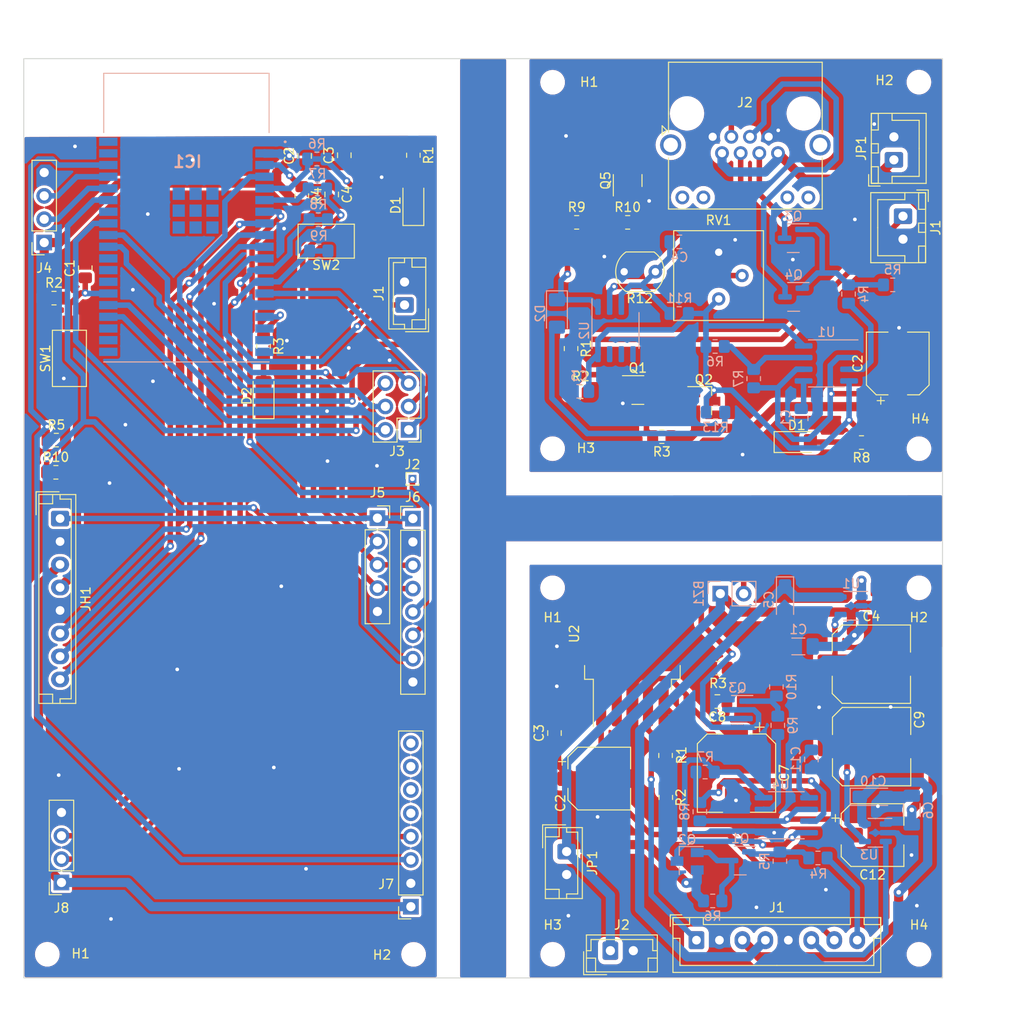
<source format=kicad_pcb>
(kicad_pcb (version 20221018) (generator pcbnew)
  (layers (0 "F.Cu" signal) (31 "B.Cu" signal) (34 "B.Paste" user) (35 "F.Paste" user) (36 "B.SilkS" user "B.Silkscreen") (37 "F.SilkS" user "F.Silkscreen") (38 "B.Mask" user) (39 "F.Mask" user) (44 "Edge.Cuts" user))
  (net 0 "")
  (net 1 "/Acondicionamiento/BOOT")
  (net 2 "GND")
  (net 3 "+3.3V")
  (net 4 "/Acondicionamiento/EN")
  (net 5 "Net-(D1-A)")
  (net 6 "Net-(D2-A)")
  (net 7 "/Acondicionamiento/RST_SIM")
  (net 8 "/Acondicionamiento/TX_SIM")
  (net 9 "/Acondicionamiento/RX_SIM")
  (net 10 "/Acondicionamiento/NE_SIM")
  (net 11 "/Acondicionamiento/CtrAl")
  (net 12 "/Acondicionamiento/CtrSIM")
  (net 13 "/Acondicionamiento/CtrGPSAc")
  (net 14 "/Acondicionamiento/CtrLuces")
  (net 15 "/Acondicionamiento/MP1")
  (net 16 "/Acondicionamiento/MP2")
  (net 17 "/Acondicionamiento/MP3")
  (net 18 "/Acondicionamiento/TEST_LED")
  (net 25 "/Acondicionamiento/MP4")
  (net 26 "/Acondicionamiento/MP5")
  (net 30 "/Acondicionamiento/MP6")
  (net 32 "/Acondicionamiento/SDA")
  (net 33 "/Acondicionamiento/RX_BOOT")
  (net 34 "/Acondicionamiento/TX_BOOT")
  (net 35 "/Acondicionamiento/SCL")
  (net 47 "4.1V")
  (net 48 "+3.3_2")
  (net 49 "/Acondicionamiento/TX_GPS")
  (net 50 "/Acondicionamiento/RX_GPS")
  (net 51 "/VdoSIM")
  (net 56 "+5V")
  (net 57 "Net-(BZ1-+)")
  (net 58 "Net-(U1-BP)")
  (net 59 "Net-(U3-BP)")
  (net 60 "Net-(U4-CV)")
  (net 61 "/Alarma/TRIG")
  (net 62 "/Alimentación/ctrGPSAc")
  (net 63 "/Alimentación/ctrSIM")
  (net 64 "/Alarma/CtrAl")
  (net 65 "Net-(Q1-Pad1)")
  (net 66 "Net-(Q2-G)")
  (net 67 "/Alarma/VA")
  (net 68 "Net-(Q3-Pad1)")
  (net 69 "Net-(U2-ADJ)")
  (net 70 "Net-(U4-DIS)")
  (net 71 "/Alarma/V5552")
  (net 72 "Net-(U1-CV)")
  (net 73 "/Direccionales/TRIG")
  (net 74 "/+VL")
  (net 75 "/Luz Frontal/Vswf")
  (net 76 "/Luz Frontal/Vop")
  (net 77 "/Luz Frontal/VDD_FRONT")
  (net 78 "/Direccionales/VDD_der")
  (net 79 "/Direccionales/VDD_izq")
  (net 80 "/CtrLuces")
  (net 81 "/Direccionales/Vosc")
  (net 82 "Net-(Q5-Pad1)")
  (net 83 "/Direccionales/V555")
  (net 84 "Net-(U1-DIS)")
  (net 85 "Net-(U2A--)")
  (footprint "Connector_PinHeader_2.54mm:PinHeader_2x03_P2.54mm_Vertical" (layer "F.Cu") (at 150.8672 58.3296 180)
    (fp_text reference "J3")
    (fp_text value "Conn_02x03_Counter_Clockwise")
  )
  (footprint "Capacitor_SMD:C_0805_2012Metric_Pad1.18x1.45mm_HandSolder" (layer "F.Cu") (at 115.6628 40.7528 90)
    (fp_text reference "C1")
    (fp_text value "0.1u")
  )
  (footprint "MountingHole:MountingHole_2.2mm_M2" (layer "F.Cu") (at 166.531 75.5154)
    (fp_text reference "H1")
    (fp_text value "MountingHole")
  )
  (footprint "Resistor_SMD:R_0805_2012Metric_Pad1.20x1.40mm_HandSolder" (layer "F.Cu") (at 184.5396 84.253 180)
    (fp_text reference "R3")
    (fp_text value "470")
  )
  (footprint "Connector_PinSocket_2.54mm:PinSocket_1x05_P2.54mm_Vertical" (layer "F.Cu") (at 147.4636 67.9308)
    (fp_text reference "J5")
    (fp_text value "Conn_01x05")
  )
  (footprint "Resistor_SMD:R_0805_2012Metric_Pad1.20x1.40mm_HandSolder" (layer "F.Cu") (at 112.4624 62.9524)
    (fp_text reference "R10")
    (fp_text value "4.7k")
  )
  (footprint "Potentiometer_THT:Potentiometer_Bourns_3386P_Vertical" (layer "F.Cu") (at 184.61 44.09)
    (fp_text reference "RV1")
    (fp_text value "10k")
  )
  (footprint "Capacitor_SMD:CP_Elec_8x10" (layer "F.Cu") (at 186.5462 95.6731 -90)
    (fp_text reference "C7")
    (fp_text value "330u")
  )
  (footprint "Resistor_SMD:R_0805_2012Metric_Pad1.20x1.40mm_HandSolder" (layer "F.Cu") (at 169.6 54.18)
    (fp_text reference "R2")
    (fp_text value "100k")
  )
  (footprint "Package_TO_SOT_SMD:SuperSOT-3" (layer "F.Cu") (at 182.99 55.23)
    (fp_text reference "Q2")
    (fp_text value "FDN340P")
  )
  (footprint "Connector_JST:JST_EH_B2B-EH-A_1x02_P2.50mm_Vertical" (layer "F.Cu") (at 168.055 104.2066 -90)
    (fp_text reference "JP1")
    (fp_text value "Conn_01x02")
  )
  (footprint "LED_SMD:LED_1206_3216Metric_Pad1.42x1.75mm_HandSolder" (layer "F.Cu") (at 193.1025 59.66)
    (fp_text reference "D1")
    (fp_text value "Power LED")
  )
  (footprint "Resistor_SMD:R_0805_2012Metric_Pad1.20x1.40mm_HandSolder" (layer "F.Cu") (at 178.85 98.3152 -90)
    (fp_text reference "R2")
    (fp_text value "43k")
  )
  (footprint "Resistor_SMD:R_0805_2012Metric_Pad1.20x1.40mm_HandSolder" (layer "F.Cu") (at 178.8246 93.7526 -90)
    (fp_text reference "R1")
    (fp_text value "100k")
  )
  (footprint "Capacitor_SMD:C_Elec_8x10.2" (layer "F.Cu") (at 201.2274 83.8212)
    (fp_text reference "C4")
    (fp_text value "470u")
  )
  (footprint "Capacitor_SMD:C_0805_2012Metric_Pad1.18x1.45mm_HandSolder" (layer "F.Cu") (at 143.8568 28.4592 90)
    (fp_text reference "C3")
    (fp_text value "0.1u")
  )
  (footprint "Capacitor_SMD:CP_Elec_6.3x5.4" (layer "F.Cu") (at 171.611 96.2672)
    (fp_text reference "C2")
    (fp_text value "100u")
  )
  (footprint "LED_SMD:LED_1206_3216Metric_Pad1.42x1.75mm_HandSolder" (layer "F.Cu") (at 151.3752 33.6408 90)
    (fp_text reference "D1")
    (fp_text value "LED_ON")
  )
  (footprint "Capacitor_SMD:CP_Elec_6.3x5.4" (layer "F.Cu") (at 201.3544 102.414)
    (fp_text reference "C12")
    (fp_text value "100u")
  )
  (footprint "Connector_JST:JST_XH_B2B-XH-A_1x02_P2.50mm_Vertical" (layer "F.Cu") (at 203.68 28.96 90)
    (fp_text reference "JP1")
    (fp_text value "Conn_01x02")
  )
  (footprint "Resistor_SMD:R_0805_2012Metric_Pad1.20x1.40mm_HandSolder" (layer "F.Cu") (at 135.0684 49.2364 -90)
    (fp_text reference "R3")
    (fp_text value "470")
  )
  (footprint "Connector_PinHeader_2.54mm:PinHeader_1x08_P2.54mm_Vertical" (layer "F.Cu") (at 151.3244 67.9816)
    (fp_text reference "J6")
    (fp_text value "Conn_01x08")
  )
  (footprint "Connector_JST:JST_EH_B8B-EH-A_1x08_P2.50mm_Vertical" (layer "F.Cu") (at 112.9196 67.9784 -90)
    (fp_text reference "JH1")
    (fp_text value "~")
  )
  (footprint "Resistor_SMD:R_0805_2012Metric_Pad1.20x1.40mm_HandSolder" (layer "F.Cu") (at 139.234 32.8788 90)
    (fp_text reference "R4")
    (fp_text value "10k")
  )
  (footprint "Connector_PinHeader_1.00mm:PinHeader_1x01_P1.00mm_Vertical" (layer "F.Cu") (at 151.2736 63.6636)
    (fp_text reference "J2")
    (fp_text value "Conn_01x01")
  )
  (footprint "Resistor_SMD:R_0805_2012Metric_Pad1.20x1.40mm_HandSolder" (layer "F.Cu") (at 174.7 35.76)
    (fp_text reference "R10")
    (fp_text value "100k")
  )
  (footprint "Button_Switch_SMD:SW_SPST_CK_RS282G05A3" (layer "F.Cu") (at 113.9356 50.5572 90)
    (fp_text reference "SW1")
    (fp_text value "SW_Boot")
  )
  (footprint "Package_TO_SOT_SMD:TO-263-5_TabPin3" (layer "F.Cu") (at 175.2142 80.6416 90)
    (fp_text reference "U2")
    (fp_text value "MIC29302WU")
  )
  (footprint "Resistor_SMD:R_0805_2012Metric_Pad1.20x1.40mm_HandSolder" (layer "F.Cu") (at 151.3752 28.4592 -90)
    (fp_text reference "R1")
    (fp_text value "470")
  )
  (footprint "Capacitor_SMD:C_0805_2012Metric_Pad1.18x1.45mm_HandSolder" (layer "F.Cu") (at 184.4634 87.8852 180)
    (fp_text reference "C8")
    (fp_text value "100n")
  )
  (footprint "OptoDevice:R_LDR_5.1x4.3mm_P3.4mm_Vertical" (layer "F.Cu") (at 177.72 41.13 180)
    (fp_text reference "R12")
    (fp_text value "LDR07")
  )
  (footprint "Button_Switch_SMD:SW_SPST_CK_RS282G05A3" (layer "F.Cu") (at 141.8872 37.8064 180)
    (fp_text reference "SW2")
    (fp_text value "SW_Reset")
  )
  (footprint "Connector_RJ:RJ45_Amphenol_RJHSE538X" (layer "F.Cu") (at 183.952 26.45)
    (fp_text reference "J2")
    (fp_text value "RJ45")
  )
  (footprint "Connector_PinSocket_2.54mm:PinSocket_1x04_P2.54mm_Vertical" (layer "F.Cu") (at 111.1924 37.9588 180)
    (fp_text reference "J4")
    (fp_text value "Conn_01x04")
  )
  (footprint "MountingHole:MountingHole_2.2mm_M2" (layer "F.Cu") (at 206.409 75.5154)
    (fp_text reference "H2")
    (fp_text value "MountingHole")
  )
  (footprint "MountingHole:MountingHole_2.2mm_M2" (layer "F.Cu") (at 166.53 60.38)
    (fp_text reference "H3")
    (fp_text value "MountingHole")
  )
  (footprint "Resistor_SMD:R_0805_2012Metric_Pad1.20x1.40mm_HandSolder" (layer "F.Cu") (at 112.2592 44.004)
    (fp_text reference "R2")
    (fp_text value "10k")
  )
  (footprint "Capacitor_SMD:C_Elec_8x10.2" (layer "F.Cu") (at 201.2528 92.7874)
    (fp_text reference "C9")
    (fp_text value "470u")
  )
  (footprint "Package_TO_SOT_SMD:SOT-23" (layer "F.Cu") (at 174.7 31.21 90)
    (fp_text reference "Q5")
    (fp_text value "SI2302")
  )
  (footprint "Connector_JST:JST_EH_B2B-EH-A_1x02_P2.50mm_Vertical" (layer "F.Cu") (at 172.8194 114.987)
    (fp_text reference "J2")
    (fp_text value "Conn_01x02")
  )
  (footprint "Resistor_SMD:R_0805_2012Metric_Pad1.20x1.40mm_HandSolder" (layer "F.Cu") (at 112.5132 59.4472)
    (fp_text reference "R5")
    (fp_text value "4.7k")
  )
  (footprint "MountingHole:MountingHole_2.2mm_M2" (layer "F.Cu") (at 166.538 115.384)
    (fp_text reference "H3")
    (fp_text value "MountingHole")
  )
  (footprint "Capacitor_SMD:C_0805_2012Metric_Pad1.18x1.45mm_HandSolder" (layer "F.Cu") (at 139.5388 28.5315 90)
    (fp_text reference "C2")
    (fp_text value "22u")
  )
  (footprint "Resistor_SMD:R_0805_2012Metric_Pad1.20x1.40mm_HandSolder" (layer "F.Cu") (at 168.54 49.49 -90)
    (fp_text reference "R1")
    (fp_text value "1k")
  )
  (footprint "Resistor_SMD:R_0805_2012Metric_Pad1.20x1.40mm_HandSolder" (layer "F.Cu") (at 200.15 59.71 180)
    (fp_text reference "R8")
    (fp_text value "1k")
  )
  (footprint "Connector_PinSocket_2.54mm:PinSocket_1x08_P2.54mm_Vertical" (layer "F.Cu") (at 151.1 110.2 180)
    (fp_text reference "J7")
    (fp_text value "Conn_01x08")
  )
  (footprint "MountingHole:MountingHole_2.2mm_M2" (layer "F.Cu") (at 166.53 20.52)
    (fp_text reference "H1")
    (fp_text value "MountingHole")
  )
  (footprint "MountingHole:MountingHole_2.2mm_M2" (layer "F.Cu") (at 206.41 60.38)
    (fp_text reference "H4")
    (fp_text value "MountingHole")
  )
  (footprint "Connector_JST:JST_EH_B2B-EH-A_1x02_P2.50mm_Vertical" (layer "F.Cu") (at 150.4148 44.746 90)
    (fp_text reference "J1")
    (fp_text value "Conn_01x02")
  )
  (footprint "Package_TO_SOT_SMD:SOT-23" (layer "F.Cu") (at 175.8075 54)
    (fp_text reference "Q1")
    (fp_text value "SI2302")
  )
  (footprint "MountingHole:MountingHole_2.2mm_M2" (layer "F.Cu") (at 206.408 115.384)
    (fp_text reference "H4")
    (fp_text value "MountingHole")
  )
  (footprint "Capacitor_SMD:CP_Elec_6.3x5.4" (layer "F.Cu") (at 204.1 51.11 90)
    (fp_text reference "C2")
    (fp_text value "100u")
  )
  (footprint "LED_SMD:LED_1206_3216Metric_Pad1.42x1.75mm_HandSolder" (layer "F.Cu") (at 135.0684 54.6577 90)
    (fp_text reference "D2")
    (fp_text value "LED_TEST")
  )
  (footprint "MountingHole:MountingHole_2.2mm_M2" (layer "F.Cu") (at 206.4 20.51)
    (fp_text reference "H2")
    (fp_text value "MountingHole")
  )
  (footprint "Connector_PinSocket_2.54mm:PinSocket_1x04_P2.54mm_Vertical" (layer "F.Cu") (at 113.072 107.57 180)
    (fp_text reference "J8")
    (fp_text value "Conn_01x04")
  )
  (footprint "Connector_JST:JST_XH_B2B-XH-A_1x02_P2.50mm_Vertical" (layer "F.Cu") (at 204.67 35.09 -90)
    (fp_text reference "J1")
    (fp_text value "Conn_01x02")
  )
  (footprint "Connector_JST:JST_XH_B8B-XH-A_1x08_P2.50mm_Vertical" (layer "F.Cu") (at 182.1888 113.844)
    (fp_text reference "J1")
    (fp_text value "Conn_01x08")
  )
  (footprint "MountingHole:MountingHole_2.2mm_M2" (layer "F.Cu") (at 151.4 115.39)
    (fp_text reference "H2")
    (fp_text value "MountingHole")
  )
  (footprint "Resistor_SMD:R_0805_2012Metric_Pad1.20x1.40mm_HandSolder" (layer "F.Cu") (at 169.15 35.76)
    (fp_text reference "R9")
    (fp_text value "1k")
  )
  (footprint "Capacitor_SMD:C_0805_2012Metric_Pad1.18x1.45mm_HandSolder" (layer "F.Cu") (at 142.4852 32.7264 -90)
    (fp_text reference "C4")
    (fp_text value "0.1u")
  )
  (footprint "Capacitor_SMD:C_0805_2012Metric_Pad1.18x1.45mm_HandSolder" (layer "F.Cu") (at 166.7342 91.3142 90)
    (fp_text reference "C3")
    (fp_text value "1u")
  )
  (footprint "Resistor_SMD:R_0805_2012Metric_Pad1.20x1.40mm_HandSolder" (layer "F.Cu") (at 178.42 59.07 180)
    (fp_text reference "R3")
    (fp_text value "100k")
  )
  (footprint "MountingHole:MountingHole_2.2mm_M2" (layer "F.Cu") (at 111.53 115.38)
    (fp_text reference "H1")
    (fp_text value "MountingHole")
  )
  (footprint "Capacitor_SMD:C_1206_3216Metric_Pad1.33x1.80mm_HandSolder" (layer "B.Cu") (at 205.6216 99.6962 90)
    (fp_text reference "C6")
    (fp_text value "10u")
  )
  (footprint "Resistor_SMD:R_0805_2012Metric_Pad1.20x1.40mm_HandSolder" (layer "B.Cu") (at 184.22 49.26)
    (fp_text reference "R6")
    (fp_text value "1k")
  )
  (footprint "Resistor_SMD:R_0805_2012Metric_Pad1.20x1.40mm_HandSolder" (layer "B.Cu") (at 140.9264 32.1168 180)
    (fp_text reference "R7")
    (fp_text value "470")
  )
  (footprint "Package_TO_SOT_SMD:SOT-23" (layer "B.Cu") (at 192.7225 37.48 180)
    (fp_text reference "Q3")
    (fp_text value "SI2302")
  )
  (footprint "Package_SO:SOIC-8_3.9x4.9mm_P1.27mm" (layer "B.Cu") (at 191.9706 100.255)
    (fp_text reference "U4")
    (fp_text value "NA555D")
  )
  (footprint "Resistor_SMD:R_0805_2012Metric_Pad1.20x1.40mm_HandSolder" (layer "B.Cu") (at 188.42 52.76 -90)
    (fp_text reference "R7")
    (fp_text value "2k")
  )
  (footprint "Connector_PinHeader_2.54mm:PinHeader_1x02_P2.54mm_Vertical" (layer "B.Cu") (at 184.7886 76.1504 -90)
    (fp_text reference "BZ1")
    (fp_text value "Buzzer")
  )
  (footprint "Resistor_SMD:R_0805_2012Metric_Pad1.20x1.40mm_HandSolder" (layer "B.Cu") (at 183.1332 95.556 180)
    (fp_text reference "R7")
    (fp_text value "1k")
  )
  (footprint "Resistor_SMD:R_0805_2012Metric_Pad1.20x1.40mm_HandSolder" (layer "B.Cu") (at 180.31 45.67 180)
    (fp_text reference "R11")
    (fp_text value "10k")
  )
  (footprint "Resistor_SMD:R_0805_2012Metric_Pad1.20x1.40mm_HandSolder" (layer "B.Cu") (at 198.74 43.56 90)
    (fp_text reference "R4")
    (fp_text value "10k")
  )
  (footprint "Resistor_SMD:R_0805_2012Metric_Pad1.20x1.40mm_HandSolder" (layer "B.Cu") (at 141.0788 38.8732 180)
    (fp_text reference "R9")
    (fp_text value "470")
  )
  (footprint "Resistor_SMD:R_0805_2012Metric_Pad1.20x1.40mm_HandSolder" (layer "B.Cu") (at 195.4108 104.9032 180)
    (fp_text reference "R4")
    (fp_text value "1k")
  )
  (footprint "Package_SO:SO-8_3.9x4.9mm_P1.27mm" (layer "B.Cu") (at 173.375 47.525 -90)
    (fp_text reference "U2")
    (fp_text value "LM358")
  )
  (footprint "Capacitor_SMD:C_0805_2012Metric_Pad1.18x1.45mm_HandSolder" (layer "B.Cu") (at 194.6996 94.1844 -90)
    (fp_text reference "C11")
    (fp_text value "10n")
  )
  (footprint "ESP32-WROVER-B__8MB_:ESP32WROVERB8MB" (layer "B.Cu") (at 126.67 35.246 180)
    (fp_text reference "IC1")
    (fp_text value "ESP32-WROVER-B__8MB_" hide)
  )
  (footprint "Resistor_SMD:R_0805_2012Metric_Pad1.20x1.40mm_HandSolder" (layer "B.Cu") (at 183.9554 109.5768)
    (fp_text reference "R6")
    (fp_text value "100k")
  )
  (footprint "Package_TO_SOT_SMD:SOT-23" (layer "B.Cu") (at 186.9526 105.1826 180)
    (fp_text reference "Q1")
    (fp_text value "SI2302")
  )
  (footprint "Resistor_SMD:R_0805_2012Metric_Pad1.20x1.40mm_HandSolder" (layer "B.Cu") (at 191.042 90.476 90)
    (fp_text reference "R9")
    (fp_text value "1k")
  )
  (footprint "Package_TO_SOT_SMD:SuperSOT-3" (layer "B.Cu") (at 181.1692 105.2588 180)
    (fp_text reference "Q2")
    (fp_text value "FDN340P")
  )
  (footprint "Resistor_SMD:R_0805_2012Metric_Pad1.20x1.40mm_HandSolder" (layer "B.Cu") (at 184.27 56.41)
    (fp_text reference "R13")
    (fp_text value "1k")
  )
  (footprint "Capacitor_SMD:C_0805_2012Metric_Pad1.18x1.45mm_HandSolder" (layer "B.Cu") (at 169.4325 54.14 180)
    (fp_text reference "C3")
    (fp_text value "0.1u")
  )
  (footprint "Resistor_SMD:R_0805_2012Metric_Pad1.20x1.40mm_HandSolder" (layer "B.Cu") (at 141.028 35.4696 180)
    (fp_text reference "R8")
    (fp_text value "470")
  )
  (footprint "Package_SO:SOIC-8_3.9x4.9mm_P1.27mm" (layer "B.Cu") (at 196.325 51.105 180)
    (fp_text reference "U1")
    (fp_text value "NA555D")
  )
  (footprint "Capacitor_SMD:C_0805_2012Metric_Pad1.18x1.45mm_HandSolder" (layer "B.Cu") (at 180.33 37.88)
    (fp_text reference "C4")
    (fp_text value "0.1u")
  )
  (footprint "Package_TO_SOT_SMD:SOT-23-5" (layer "B.Cu") (at 201.6592 102.16 180)
    (fp_text reference "U3")
    (fp_text value "MIC5219-3.3YM5")
  )
  (footprint "Package_TO_SOT_SMD:SOT-23" (layer "B.Cu") (at 192.7675 43.87 180)
    (fp_text reference "Q4")
    (fp_text value "SI2302")
  )
  (footprint "Capacitor_SMD:C_0805_2012Metric_Pad1.18x1.45mm_HandSolder" (layer "B.Cu") (at 193.59 57.07 -90)
    (fp_text reference "C1")
    (fp_text value "10n")
  )
  (footprint "Resistor_SMD:R_0805_2012Metric_Pad1.20x1.40mm_HandSolder" (layer "B.Cu") (at 191.2706 105.2588 -90)
    (fp_text reference "R5")
    (fp_text value "100k")
  )
  (footprint "LED_SMD:LED_1206_3216Metric_Pad1.42x1.75mm_HandSolder" (layer "B.Cu") (at 167 45.67 -90)
    (fp_text reference "D2")
    (fp_text value "Detection LED")
  )
  (footprint "Capacitor_Tantalum_SMD:CP_EIA-3216-10_Kemet-I_Pad1.58x1.35mm_HandSolder" (layer "B.Cu") (at 191.8294 76.8108 -90)
    (fp_text reference "C5")
    (fp_text value "2.2u")
  )
  (footprint "Package_TO_SOT_SMD:SOT-23-5" (layer "B.Cu") (at 199.0176 77.4712 180)
    (fp_text reference "U1")
    (fp_text value "MIC5219-3.3YM5")
  )
  (footprint "Resistor_SMD:R_0805_2012Metric_Pad1.20x1.40mm_HandSolder" (layer "B.Cu") (at 190.8896 86.285 90)
    (fp_text reference "R10")
    (fp_text value "100k")
  )
  (footprint "Capacitor_SMD:C_1206_3216Metric_Pad1.33x1.80mm_HandSolder" (layer "B.Cu") (at 193.2772 81.8908 180)
    (fp_text reference "C1")
    (fp_text value "10u")
  )
  (footprint "Package_TO_SOT_SMD:SOT-23" (layer "B.Cu") (at 186.6501 88.7894 180)
    (fp_text reference "Q3")
    (fp_text value "SI2302")
  )
  (footprint "Capacitor_Tantalum_SMD:CP_EIA-3216-18_Kemet-A_Pad1.58x1.35mm_HandSolder" (layer "B.Cu") (at 201.4052 98.2484)
    (fp_text reference "C10")
    (fp_text value "2.2u")
  )
  (footprint "Resistor_SMD:R_0805_2012Metric_Pad1.20x1.40mm_HandSolder" (layer "B.Cu") (at 140.8756 28.8656 180)
    (fp_text reference "R6")
    (fp_text value "470")
  )
  (footprint "Resistor_SMD:R_0805_2012Metric_Pad1.20x1.40mm_HandSolder" (layer "B.Cu") (at 203.55 42.56 180)
    (fp_text reference "R5")
    (fp_text value "220k")
  )
  (footprint "Resistor_SMD:R_0805_2012Metric_Pad1.20x1.40mm_HandSolder" (layer "B.Cu") (at 182.5584 99.874 -90)
    (fp_text reference "R8")
    (fp_text value "2k")
  )
  (gr_rect (start 108.97 17.95) (end 208.97 117.95) (stroke (width 0.1)) (fill none) (layer "Edge.Cuts"))
  (segment (start 115.173 43.443) (end 113.9356 44.6804) (width 0.6) (layer "F.Cu") (net 1))
  (segment (start 113.2592 44.004) (end 113.9356 44.6804) (width 0.6) (layer "F.Cu") (net 1))
  (segment (start 115.6592 41.7939) (end 115.6628 41.7903) (width 0.6) (layer "F.Cu") (net 1))
  (segment (start 115.6592 43.443) (end 115.6592 41.7939) (width 0.6) (layer "F.Cu") (net 1))
  (segment (start 115.6592 43.443) (end 115.173 43.443) (width 0.6) (layer "F.Cu") (net 1))
  (segment (start 113.9356 44.6804) (end 113.9356 46.6572) (width 0.6) (layer "F.Cu") (net 1))
  (via (at 115.6592 43.443) (size 0.8) (drill 0.4) (layers "F.Cu" "B.Cu") (net 1))
  (segment (start 118.17 43.496) (end 115.7122 43.496) (width 0.6) (layer "B.Cu") (net 1))
  (segment (start 115.7122 43.496) (end 115.6592 43.443) (width 0.6) (layer "B.Cu") (net 1))
  (segment (start 175.2142 86.23) (end 175.2142 88.2916) (width 0.6) (layer "F.Cu") (net 2))
  (segment (start 204.1544 102.3044) (end 204.1544 102.414) (width 0.6) (layer "F.Cu") (net 2))
  (segment (start 139.6111 27.4217) (end 139.5388 27.494) (width 0.6) (layer "F.Cu") (net 2))
  (segment (start 139.2865 27.2417) (end 139.5388 27.494) (width 0.6) (layer "F.Cu") (net 2))
  (segment (start 183.4259 88.8121) (end 183.939 89.3252) (width 0.6) (layer "F.Cu") (net 2))
  (segment (start 175.2142 79.1416) (end 175.5642 79.1416) (width 0.6) (layer "F.Cu") (net 2))
  (segment (start 172.3359 81.6699) (end 172.4392 81.5666) (width 0.6) (layer "F.Cu") (net 2))
  (segment (start 174.8642 79.1416) (end 172.4392 76.7166) (width 0.6) (layer "F.Cu") (net 2))
  (segment (start 183.4259 84.253) (end 183.5396 84.253) (width 0.6) (layer "F.Cu") (net 2))
  (segment (start 172.4392 81.5666) (end 174.8642 79.1416) (width 0.6) (layer "F.Cu") (net 2))
  (segment (start 137.9872 37.9384) (end 137.9872 37.8064) (width 0.6) (layer "F.Cu") (net 2))
  (segment (start 172.3359 83.3517) (end 172.3359 81.6699) (width 0.6) (layer "F.Cu") (net 2))
  (segment (start 171.2848 83.3517) (end 172.3359 83.3517) (width 0.6) (layer "F.Cu") (net 2))
  (segment (start 175.5642 79.1416) (end 177.9892 76.7166) (width 0.6) (layer "F.Cu") (net 2))
  (segment (start 183.4259 87.8852) (end 183.4259 88.8121) (width 0.6) (layer "F.Cu") (net 2))
  (segment (start 142.4852 33.7639) (end 142.5032 33.7819) (width 0.6) (layer "F.Cu") (net 2))
  (segment (start 175.2142 79.1416) (end 174.8642 79.1416) (width 0.6) (layer "F.Cu") (net 2))
  (segment (start 178.7765 99.3152) (end 178.85 99.3152) (width 0.6) (layer "F.Cu") (net 2))
  (segment (start 175.5642 79.1416) (end 177.9892 81.5666) (width 0.6) (layer "F.Cu") (net 2))
  (segment (start 204.8274 92.762) (end 204.8528 92.7874) (width 0.6) (layer "F.Cu") (net 2))
  (segment (start 168.3465 106.7066) (end 168.055 106.7066) (width 0.6) (layer "F.Cu") (net 2))
  (via (at 191.09 25.75) (size 0.8) (drill 0.4) (layers "F.Cu" "B.Cu") (net 2))
  (via (at 120.8444 43.0896) (size 0.8) (drill 0.4) (layers "F.Cu" "B.Cu") (net 2))
  (via (at 203.328 88.474) (size 0.8) (drill 0.4) (layers "F.Cu" "B.Cu") (net 2))
  (via (at 195.538 88.514) (size 0.8) (drill 0.4) (layers "F.Cu" "B.Cu") (net 2))
  (via (at 113.326 52.7416) (size 0.8) (drill 0.4) (layers "F.Cu" "B.Cu") (net 2))
  (via (at 125.6704 84.39) (size 0.8) (drill 0.4) (layers "F.Cu" "B.Cu") (net 2))
  (via (at 201.938 99.274) (size 0.8) (drill 0.4) (layers "F.Cu" "B.Cu") (net 2))
  (via (at 127.3468 28.9672) (size 0.8) (drill 0.4) (layers "F.Cu" "B.Cu") (net 2))
  (via (at 171.428 100.434) (size 0.8) (drill 0.4) (layers "F.Cu" "B.Cu") (net 2))
  (via (at 199.43 35.44) (size 0.8) (drill 0.4) (layers "F.Cu" "B.Cu") (net 2))
  (via (at 174.17 55.45) (size 0.8) (drill 0.4) (layers "F.Cu" "B.Cu") (net 2))
  (via (at 120.0316 57.7708) (size 0.8) (drill 0.4) (layers "F.Cu" "B.Cu") (net 2))
  (via (at 166.998 81.874) (size 0.8) (drill 0.4) (layers "F.Cu" "B.Cu") (net 2))
  (via (at 112.77 95.89) (size 0.8) (drill 0.4) (layers "F.Cu" "B.Cu") (net 2))
  (via (at 122.47 34.86) (size 0.8) (drill 0.4) (layers "F.Cu" "B.Cu") (net 2))
  (via (at 186.49 98.64) (size 0.8) (drill 0.4) (layers "F.Cu" "B.Cu") (net 2))
  (via (at 188.718 110.274) (size 0.8) (drill 0.4) (layers "F.Cu" "B.Cu") (net 2))
  (via (at 206.178 110.094) (size 0.8) (drill 0.4) (layers "F.Cu" "B.Cu") (net 2))
  (via (at 139.6912 106.0816) (size 0.8) (drill 0.4) (layers "F.Cu" "B.Cu") (net 2))
  (via (at 142.028 61.7332) (size 0.8) (drill 0.4) (layers "F.Cu" "B.Cu") (net 2))
  (via (at 141.9772 56.2976) (size 0.8) (drill 0.4) (layers "F.Cu" "B.Cu") (net 2))
  (via (at 192.68 39.81) (size 0.8) (drill 0.4) (layers "F.Cu" "B.Cu") (net 2))
  (via (at 183.939 89.3252) (size 0.8) (drill 0.4) (layers "F.Cu" "B.Cu") (net 2))
  (via (at 186.4 37.66) (size 0.8) (drill 0.4) (layers "F.Cu" "B.Cu") (net 2))
  (via (at 129.6836 44.6136) (size 0.8) (drill 0.4) (layers "F.Cu" "B.Cu") (net 2))
  (via (at 172.16 39.48) (size 0.8) (drill 0.4) (layers "F.Cu" "B.Cu") (net 2))
  (via (at 201.54 25.07) (size 0.8) (drill 0.4) (layers "F.Cu" "B.Cu") (net 2))
  (via (at 147.4128 62.2412) (size 0.8) (drill 0.4) (layers "F.Cu" "B.Cu") (net 2))
  (via (at 123.0288 53.0464) (size 0.8) (drill 0.4) (layers "F.Cu" "B.Cu") (net 2))
  (via (at 205.598 104.584) (size 0.8) (drill 0.4) (layers "F.Cu" "B.Cu") (net 2))
  (via (at 118.46 111.54) (size 0.8) (drill 0.4) (layers "F.Cu" "B.Cu") (net 2))
  (via (at 118.3044 64.1208) (size 0.8) (drill 0.4) (layers "F.Cu" "B.Cu") (net 2))
  (via (at 136.9988 75.3476) (size 0.8) (drill 0.4) (layers "F.Cu" "B.Cu") (net 2))
  (via (at 187.21 61.02) (size 0.8) (drill 0.4) (layers "F.Cu" "B.Cu") (net 2))
  (via (at 125.8736 95.2104) (size 0.8) (drill 0.4) (layers "F.Cu" "B.Cu") (net 2))
  (via (at 167.99 26.36) (size 0.8) (drill 0.4) (layers "F.Cu" "B.Cu") (net 2))
  (via (at 204.24 47.23) (size 0.8) (drill 0.4) (layers "F.Cu" "B.Cu") (net 2))
  (via (at 190.648 102.154) (size 0.8) (drill 0.4) (layers "F.Cu" "B.Cu") (net 2))
  (via (at 147.9208 30.8468) (size 0.8) (drill 0.4) (layers "F.Cu" "B.Cu") (net 2))
  (via (at 114.5452 27.494) (size 0.8) (drill 0.4) (layers "F.Cu" "B.Cu") (net 2))
  (via (at 144.344604 49.419404) (size 0.8) (drill 0.4) (layers "F.Cu" "B.Cu") (net 2))
  (via (at 166.988 86.224) (size 0.8) (drill 0.4) (layers "F.Cu" "B.Cu") (net 2))
  (via (at 148.7844 50.7604) (size 0.8) (drill 0.4) (layers "F.Cu" "B.Cu") (net 2))
  (via (at 177.04 33.43) (size 0.8) (drill 0.4) (layers "F.Cu" "B.Cu") (net 2))
  (via (at 137.6084 48.6268) (size 0.8) (drill 0.4) (layers "F.Cu" "B.Cu") (net 2))
  (via (at 168.248 111.184) (size 0.8) (drill 0.4) (layers "F.Cu" "B.Cu") (net 2))
  (via (at 196.278 108.354) (size 0.8) (drill 0.4) (layers "F.Cu" "B.Cu") (net 2))
  (via (at 136.186 95.058) (size 0.8) (drill 0.4) (layers "F.Cu" "B.Cu") (net 2))
  (via (at 137.3036 36.4348) (size 0.8) (drill 0.4) (layers "F.Cu" "B.Cu") (net 2))
  (segment (start 205.7429 98.1337) (end 205.6216 98.1337) (width 0.6) (layer "B.Cu") (net 2))
  (segment (start 149.394 72.452) (end 151.3244 70.5216) (width 0.6) (layer "B.Cu") (net 2))
  (segment (start 112.9196 77.9784) (end 111.3389 76.3977) (width 0.6) (layer "B.Cu") (net 2))
  (segment (start 191.29 34.42) (end 190.4243 35.2857) (width 0.6) (layer "B.Cu") (net 2))
  (segment (start 147.4636 78.0908) (end 149.394 76.1604) (width 0.6) (layer "B.Cu") (net 2))
  (segment (start 168.4779 54.0571) (end 168.395 54.14) (width 0.6) (layer "B.Cu") (net 2))
  (segment (start 190.4243 37.9345) (end 190.9198 38.43) (width 0.6) (layer "B.Cu") (net 2))
  (segment (start 190.9198 38.43) (end 193.66 38.43) (width 0.6) (layer "B.Cu") (net 2))
  (segment (start 150.4148 42.246) (end 149.6922 42.246) (width 0.6) (layer "B.Cu") (net 2))
  (segment (start 184.7428 113.7932) (end 184.692 113.844) (width 0.6) (layer "B.Cu") (net 2))
  (segment (start 111.3389 76.3977) (end 111.3389 72.0591) (width 0.6) (layer "B.Cu") (net 2))
  (segment (start 197.9991 49.2) (end 198.8 49.2) (width 0.6) (layer "B.Cu") (net 2))
  (segment (start 149.394 76.1604) (end 149.394 72.452) (width 0.6) (layer "B.Cu") (net 2))
  (segment (start 202.7967 102.16) (end 203.804 102.16) (width 0.6) (layer "B.Cu") (net 2))
  (segment (start 191.8294 78.2483) (end 191.7147 78.363) (width 0.6) (layer "B.Cu") (net 2))
  (segment (start 202.9574 98.1337) (end 202.8427 98.2484) (width 0.6) (layer "B.Cu") (net 2))
  (segment (start 111.3389 72.0591) (end 112.9196 70.4784) (width 0.6) (layer "B.Cu") (net 2))
  (segment (start 184.3532 89.7394) (end 187.5876 89.7394) (width 0.6) (layer "B.Cu") (net 2))
  (segment (start 197.9991 49.1141) (end 197.9991 49.2) (width 0.6) (layer "B.Cu") (net 2))
  (segment (start 183.939 89.3252) (end 184.3532 89.7394) (width 0.6) (layer "B.Cu") (net 2))
  (segment (start 184.692 113.844) (end 184.6888 113.844) (width 0.6) (layer "B.Cu") (net 2))
  (segment (start 190.4243 35.2857) (end 190.4243 37.9345) (width 0.6) (layer "B.Cu") (net 2))
  (segment (start 111.1924 37.9588) (end 112.8443 37.9588) (width 1) (layer "F.Cu") (net 3))
  (segment (start 114.7105 73.6875) (end 112.9196 75.4784) (width 1) (layer "F.Cu") (net 3))
  (segment (start 139.234 33.8788) (end 138.8838 33.8788) (width 1) (layer "F.Cu") (net 3))
  (segment (start 136.4962 31.4912) (end 119.3119 31.4912) (width 1) (layer "F.Cu") (net 3))
  (segment (start 137.8765 29.2979) (end 137.8765 28.4997) (width 1) (layer "F.Cu") (net 3))
  (segment (start 113.4624 62.9524) (end 114.7105 64.2005) (width 1) (layer "F.Cu") (net 3))
  (segment (start 138.8838 33.8788) (end 136.4962 31.4912) (width 1) (layer "F.Cu") (net 3))
  (segment (start 119.3119 31.4912) (end 112.8443 37.9588) (width 1) (layer "F.Cu") (net 3))
  (segment (start 144.3397 29.4967) (end 143.8568 29.4967) (width 1) (layer "F.Cu") (net 3))
  (segment (start 139.5388 29.569) (end 139.2677 29.2979) (width 1) (layer "F.Cu") (net 3))
  (segment (start 114.7105 64.2005) (end 114.7105 73.6875) (width 1) (layer "F.Cu") (net 3))
  (segment (start 143.7845 29.569) (end 139.5388 29.569) (width 1) (layer "F.Cu") (net 3))
  (segment (start 111.1924 37.9588) (end 111.1924 39.6107) (width 1) (layer "F.Cu") (net 3))
  (segment (start 137.5529 29.2979) (end 136.4962 30.3546) (width 1) (layer "F.Cu") (net 3))
  (segment (start 146.3772 27.4592) (end 144.3397 29.4967) (width 1) (layer "F.Cu") (net 3))
  (segment (start 111.1924 39.6107) (end 111.2592 39.6775) (width 1) (layer "F.Cu") (net 3))
  (segment (start 111.2592 55.1473) (end 113.5132 57.4013) (width 1) (layer "F.Cu") (net 3))
  (segment (start 136.4962 30.3546) (end 136.4962 31.4912) (width 1) (layer "F.Cu") (net 3))
  (segment (start 113.5132 62.9016) (end 113.4624 62.9524) (width 1) (layer "F.Cu") (net 3))
  (segment (start 113.5132 59.4472) (end 113.5132 62.9016) (width 1) (layer "F.Cu") (net 3))
  (segment (start 111.2592 39.6775) (end 111.2592 44.004) (width 1) (layer "F.Cu") (net 3))
  (segment (start 151.3752 27.4592) (end 146.3772 27.4592) (width 1) (layer "F.Cu") (net 3))
  (segment (start 111.2592 44.004) (end 111.2592 55.1473) (width 1) (layer "F.Cu") (net 3))
  (segment (start 139.2677 29.2979) (end 137.8765 29.2979) (width 1) (layer "F.Cu") (net 3))
  (segment (start 137.8765 29.2979) (end 137.5529 29.2979) (width 1) (layer "F.Cu") (net 3))
  (segment (start 113.5132 57.4013) (end 113.5132 59.4472) (width 1) (layer "F.Cu") (net 3))
  (segment (start 143.8568 29.4967) (end 143.7845 29.569) (width 1) (layer "F.Cu") (net 3))
  (via (at 137.8765 28.4997) (size 1.1) (drill 0.5) (layers "F.Cu" "B.Cu") (net 3))
  (segment (start 137.8009 28.4241) (end 136.9921 28.4241) (width 1) (layer "B.Cu") (net 3))
  (segment (start 136.8436 28.2756) (end 135.1896 28.2756) (width 0.8998) (layer "B.Cu") (net 3))
  (segment (start 136.9921 28.4241) (end 136.8436 28.2756) (width 1) (layer "B.Cu") (net 3))
  (segment (start 187.8859 115.6469) (end 181.1743 115.6469) (width 1) (layer "B.Cu") (net 3))
  (segment (start 137.8765 28.4997) (end 137.8009 28.4241) (width 1) (layer "B.Cu") (net 3))
  (segment (start 197.8801 76.5212) (end 192.9773 76.5212) (width 1) (layer "B.Cu") (net 3))
  (segment (start 192.9773 76.5212) (end 191.8294 75.3733) (width 1) (layer "B.Cu") (net 3))
  (segment (start 176.0026 91.0935) (end 191.7228 75.3733) (width 1) (layer "B.Cu") (net 3))
  (segment (start 176.0026 110.4752) (end 176.0026 91.0935) (width 1) (layer "B.Cu") (net 3))
  (segment (start 191.7228 75.3733) (end 191.8294 75.3733) (width 1) (layer "B.Cu") (net 3))
  (segment (start 135.1896 28.2756) (end 135.17 28.256) (width 0.8998) (layer "B.Cu") (net 3))
  (segment (start 181.1743 115.6469) (end 176.0026 110.4752) (width 1) (layer "B.Cu") (net 3))
  (segment (start 189.6888 113.844) (end 187.8859 115.6469) (width 1) (layer "B.Cu") (net 3))
  (segment (start 145.7872 34.2355) (end 145.7872 37.8064) (width 0.6) (layer "F.Cu") (net 4))
  (segment (start 144.3293 32.7776) (end 145.7872 34.2355) (width 0.6) (layer "F.Cu") (net 4))
  (segment (start 139.1219 31.8788) (end 139.234 31.8788) (width 0.6) (layer "F.Cu") (net 4))
  (segment (start 142.4852 31.6889) (end 143.5739 32.7776) (width 0.6) (layer "F.Cu") (net 4))
  (segment (start 139.234 31.8788) (end 142.2953 31.8788) (width 0.6) (layer "F.Cu") (net 4))
  (segment (start 143.5739 32.7776) (end 144.3293 32.7776) (width 0.6) (layer "F.Cu") (net 4))
  (segment (start 142.2953 31.8788) (end 142.4852 31.6889) (width 0.6) (layer "F.Cu") (net 4))
  (segment (start 137.9053 30.6622) (end 139.1219 31.8788) (width 0.6) (layer "F.Cu") (net 4))
  (via (at 137.9053 30.6622) (size 0.8) (drill 0.4) (layers "F.Cu" "B.Cu") (net 4))
  (segment (start 137.9053 30.6622) (end 136.7719 29.5288) (width 0.6) (layer "B.Cu") (net 4))
  (segment (start 135.17 29.526) (end 136.7719 29.526) (width 0.6) (layer "B.Cu") (net 4))
  (segment (start 136.7719 29.5288) (end 136.7719 29.526) (width 0.6) (layer "B.Cu") (net 4))
  (segment (start 199.1 59.66) (end 199.15 59.71) (width 0.6) (layer "F.Cu") (net 5))
  (segment (start 194.59 59.66) (end 199.1 59.66) (width 0.6) (layer "F.Cu") (net 5))
  (segment (start 151.3752 32.1533) (end 151.3752 29.4592) (width 0.6) (layer "F.Cu") (net 5))
  (segment (start 135.0684 53.1702) (end 135.0684 50.2364) (width 0.6) (layer "F.Cu") (net 6))
  (segment (start 170.3 58.73) (end 184.57 58.73) (width 0.6) (layer "B.Cu") (net 6))
  (segment (start 185.27 58.03) (end 185.27 56.41) (width 0.6) (layer "B.Cu") (net 6))
  (segment (start 167 47.1575) (end 166.45 47.7075) (width 0.6) (layer "B.Cu") (net 6))
  (segment (start 166.45 54.88) (end 170.3 58.73) (width 0.6) (layer "B.Cu") (net 6))
  (segment (start 184.57 58.73) (end 185.27 58.03) (width 0.6) (layer "B.Cu") (net 6))
  (segment (start 166.45 47.7075) (end 166.45 54.88) (width 0.6) (layer "B.Cu") (net 6))
  (segment (start 141.8248 52.0949) (end 143.6043 53.8744) (width 0.6) (layer "F.Cu") (net 7))
  (segment (start 147.4524 70.4708) (end 147.4636 70.4708) (width 0.6) (layer "F.Cu") (net 7))
  (segment (start 143.6043 53.8744) (end 143.6043 66.6227) (width 0.6) (layer "F.Cu") (net 7))
  (segment (start 143.6043 66.6227) (end 147.4524 70.4708) (width 0.6) (layer "F.Cu") (net 7))
  (via (at 141.8248 52.0949) (size 0.8) (drill 0.4) (layers "F.Cu" "B.Cu") (net 7))
  (segment (start 130.8632 37.2298) (end 130.8632 33.5009) (width 0.6) (layer "B.Cu") (net 7))
  (segment (start 151.3244 83.2216) (end 149.8725 83.2216) (width 0.6) (layer "B.Cu") (net 7))
  (segment (start 147.4636 70.4708) (end 145.9898 71.9446) (width 0.6) (layer "B.Cu") (net 7))
  (segment (start 145.9898 71.9446) (end 145.9898 79.3389) (width 0.6) (layer "B.Cu") (net 7))
  (segment (start 145.9898 79.3389) (end 149.8725 83.2216) (width 0.6) (layer "B.Cu") (net 7))
  (segment (start 133.819 52.0949) (end 125.9435 44.2194) (width 0.6) (layer "B.Cu") (net 7))
  (segment (start 126.7735 41.3195) (end 130.8632 37.2298) (width 0.6) (layer "B.Cu") (net 7))
  (segment (start 126.5856 41.3195) (end 126.7735 41.3195) (width 0.6) (layer "B.Cu") (net 7))
  (segment (start 141.8248 52.0949) (end 133.819 52.0949) (width 0.6) (layer "B.Cu") (net 7))
  (segment (start 133.5681 30.796) (end 135.17 30.796) (width 0.6) (layer "B.Cu") (net 7))
  (segment (start 125.9435 44.2194) (end 125.9435 41.9616) (width 0.6) (layer "B.Cu") (net 7))
  (segment (start 125.9435 41.9616) (end 126.5856 41.3195) (width 0.6) (layer "B.Cu") (net 7))
  (segment (start 130.8632 33.5009) (end 133.5681 30.796) (width 0.6) (layer "B.Cu") (net 7))
  (segment (start 147.2266 42.9978) (end 140.504 49.7204) (width 0.6) (layer "F.Cu") (net 8))
  (segment (start 140.504 49.7204) (end 140.504 66.0512) (width 0.6) (layer "F.Cu") (net 8))
  (segment (start 147.4636 73.0108) (end 148.9155 73.0108) (width 0.6) (layer "F.Cu") (net 8))
  (segment (start 144.1131 31.249) (end 147.2266 34.3625) (width 0.6) (layer "F.Cu") (net 8))
  (segment (start 147.2266 34.3625) (end 147.2266 42.9978) (width 0.6) (layer "F.Cu") (net 8))
  (segment (start 151.3244 73.0616) (end 148.9663 73.0616) (width 0.6) (layer "F.Cu") (net 8))
  (segment (start 148.9663 73.0616) (end 148.9155 73.0108) (width 0.6) (layer "F.Cu") (net 8))
  (segment (start 140.504 66.0512) (end 147.4636 73.0108) (width 0.6) (layer "F.Cu") (net 8))
  (via (at 144.1131 31.249) (size 0.8) (drill 0.4) (layers "F.Cu" "B.Cu") (net 8))
  (segment (start 136.7719 32.066) (end 137.9185 32.066) (width 0.6) (layer "B.Cu") (net 8))
  (segment (start 139.8756 30.1089) (end 139.8756 28.8656) (width 0.6) (layer "B.Cu") (net 8))
  (segment (start 141.8756 29.0115) (end 144.1131 31.249) (width 0.6) (layer "B.Cu") (net 8))
  (segment (start 135.17 32.066) (end 136.7719 32.066) (width 0.6) (layer "B.Cu") (net 8))
  (segment (start 139.8756 28.8656) (end 141.8756 28.8656) (width 0.6) (layer "B.Cu") (net 8))
  (segment (start 141.8756 28.8656) (end 141.8756 29.0115) (width 0.6) (layer "B.Cu") (net 8))
  (segment (start 137.9185 32.066) (end 139.8756 30.1089) (width 0.6) (layer "B.Cu") (net 8))
  (segment (start 143.4802 34.9747) (end 139.3356 39.1193) (width 0.6) (layer "F.Cu") (net 9))
  (segment (start 149.8217 75.5508) (end 149.8725 75.6016) (width 0.6) (layer "F.Cu") (net 9))
  (segment (start 139.3356 39.1193) (end 139.3356 67.4228) (width 0.6) (layer "F.Cu") (net 9))
  (segment (start 151.3244 75.6016) (end 149.8725 75.6016) (width 0.6) (layer "F.Cu") (net 9))
  (segment (start 147.4636 75.5508) (end 149.8217 75.5508) (width 0.6) (layer "F.Cu") (net 9))
  (segment (start 139.3356 67.4228) (end 147.4636 75.5508) (width 0.6) (layer "F.Cu") (net 9))
  (via (at 143.4802 34.9747) (size 0.8) (drill 0.4) (layers "F.Cu" "B.Cu") (net 9))
  (segment (start 139.9264 32.1168) (end 141.9264 32.1168) (width 0.6) (layer "B.Cu") (net 9))
  (segment (start 143.4802 34.8815) (end 143.4802 34.9747) (width 0.6) (layer "B.Cu") (net 9))
  (segment (start 141.9264 32.1168) (end 141.9264 33.3277) (width 0.6) (layer "B.Cu") (net 9))
  (segment (start 138.7072 33.336) (end 135.17 33.336) (width 0.6) (layer "B.Cu") (net 9))
  (segment (start 139.9264 32.1168) (end 138.7072 33.336) (width 0.6) (layer "B.Cu") (net 9))
  (segment (start 141.9264 33.3277) (end 143.4802 34.8815) (width 0.6) (layer "B.Cu") (net 9))
  (segment (start 133.5905 59.6217) (end 133.5905 47.6979) (width 0.6) (layer "F.Cu") (net 10))
  (segment (start 133.5905 47.6979) (end 133.8203 47.4681) (width 0.6) (layer "F.Cu") (net 10))
  (segment (start 133.8203 38.213) (end 136.9375 35.0958) (width 0.6) (layer "F.Cu") (net 10))
  (segment (start 133.8203 47.4681) (end 133.8203 38.213) (width 0.6) (layer "F.Cu") (net 10))
  (via (at 133.5905 59.6217) (size 0.8) (drill 0.4) (layers "F.Cu" "B.Cu") (net 10))
  (via (at 136.9375 35.0958) (size 0.8) (drill 0.4) (layers "F.Cu" "B.Cu") (net 10))
  (segment (start 152.7763 76.6897) (end 152.7763 66.8422) (width 0.6) (layer "B.Cu") (net 10))
  (segment (start 151.0803 65.1462) (end 139.115 65.1462) (width 0.6) (layer "B.Cu") (net 10))
  (segment (start 151.3244 78.1416) (end 152.7763 76.6897) (width 0.6) (layer "B.Cu") (net 10))
  (segment (start 135.17 34.606) (end 136.7719 34.606) (width 0.6) (layer "B.Cu") (net 10))
  (segment (start 139.115 65.1462) (end 133.5905 59.6217) (width 0.6) (layer "B.Cu") (net 10))
  (segment (start 136.7719 34.606) (end 136.7719 34.9302) (width 0.6) (layer "B.Cu") (net 10))
  (segment (start 136.7719 34.9302) (end 136.9375 35.0958) (width 0.6) (layer "B.Cu") (net 10))
  (segment (start 152.7763 66.8422) (end 151.0803 65.1462) (width 0.6) (layer "B.Cu") (net 10))
  (segment (start 128.25 40.19) (end 128.25 70.148) (width 0.6) (layer "F.Cu") (net 11))
  (segment (start 132.4452 35.9948) (end 128.25 40.19) (width 0.6) (layer "F.Cu") (net 11))
  (via (at 128.25 70.148) (size 0.8) (drill 0.4) (layers "F.Cu" "B.Cu") (net 11))
  (via (at 132.4452 35.9948) (size 0.8) (drill 0.4) (layers "F.Cu" "B.Cu") (net 11))
  (segment (start 132.564 35.876) (end 132.4452 35.9948) (width 0.6) (layer "B.Cu") (net 11))
  (segment (start 135.17 35.876) (end 132.564 35.876) (width 0.6) (layer "B.Cu") (net 11))
  (segment (start 112.9196 85.4784) (end 128.25 70.148) (width 0.6) (layer "B.Cu") (net 11))
  (segment (start 124.9145 70.9835) (end 124.9145 44.4254) (width 0.6) (layer "F.Cu") (net 12))
  (segment (start 124.9145 44.4254) (end 126.9597 42.3802) (width 0.6) (layer "F.Cu") (net 12))
  (via (at 124.9145 70.9835) (size 0.8) (drill 0.4) (layers "F.Cu" "B.Cu") (net 12))
  (via (at 126.9597 42.3802) (size 0.8) (drill 0.4) (layers "F.Cu" "B.Cu") (net 12))
  (segment (start 132.405 37.146) (end 127.1708 42.3802) (width 0.6) (layer "B.Cu") (net 12))
  (segment (start 127.1708 42.3802) (end 126.9597 42.3802) (width 0.6) (layer "B.Cu") (net 12))
  (segment (start 112.9196 82.9784) (end 124.9145 70.9835) (width 0.6) (layer "B.Cu") (net 12))
  (segment (start 135.17 37.146) (end 132.405 37.146) (width 0.6) (layer "B.Cu") (net 12))
  (segment (start 126.6425 69.1296) (end 127.0398 68.7323) (width 0.6) (layer "F.Cu") (net 13))
  (segment (start 127.0398 68.7323) (end 127.0398 43.8416) (width 0.6) (layer "F.Cu") (net 13))
  (via (at 126.6425 69.1296) (size 0.8) (drill 0.4) (layers "F.Cu" "B.Cu") (net 13))
  (via (at 127.0398 43.8416) (size 0.8) (drill 0.4) (layers "F.Cu" "B.Cu") (net 13))
  (segment (start 132.4654 38.416) (end 127.0398 43.8416) (width 0.6) (layer "B.Cu") (net 13))
  (segment (start 112.9196 80.4784) (end 124.2684 69.1296) (width 0.6) (layer "B.Cu") (net 13))
  (segment (start 124.2684 69.1296) (end 126.6425 69.1296) (width 0.6) (layer "B.Cu") (net 13))
  (segment (start 135.17 38.416) (end 132.4654 38.416) (width 0.6) (layer "B.Cu") (net 13))
  (segment (start 147.6045 44.746) (end 150.4148 44.746) (width 0.6) (layer "F.Cu") (net 14))
  (segment (start 145.2688 47.0817) (end 147.6045 44.746) (width 0.6) (layer "F.Cu") (net 14))
  (via (at 145.2688 47.0817) (size 0.8) (drill 0.4) (layers "F.Cu" "B.Cu") (net 14))
  (segment (start 130.9074 47.8862) (end 130.9074 42.3392) (width 0.6) (layer "B.Cu") (net 14))
  (segment (start 133.9191 50.8979) (end 130.9074 47.8862) (width 0.6) (layer "B.Cu") (net 14))
  (segment (start 133.5606 39.686) (end 135.17 39.686) (width 0.6) (layer "B.Cu") (net 14))
  (segment (start 141.4526 50.8979) (end 133.9191 50.8979) (width 0.6) (layer "B.Cu") (net 14))
  (segment (start 130.9074 42.3392) (end 133.5606 39.686) (width 0.6) (layer "B.Cu") (net 14))
  (segment (start 145.2688 47.0817) (end 141.4526 50.8979) (width 0.6) (layer "B.Cu") (net 14))
  (segment (start 143.2309 43.496) (end 152.3479 52.613) (width 0.6) (layer "B.Cu") (net 15))
  (segment (start 152.3479 52.613) (end 152.3479 56.8489) (width 0.6) (layer "B.Cu") (net 15))
  (segment (start 135.17 43.496) (end 136.7719 43.496) (width 0.6) (layer "B.Cu") (net 15))
  (segment (start 152.3479 56.8489) (end 150.8672 58.3296) (width 0.6) (layer "B.Cu") (net 15))
  (segment (start 136.7719 43.496) (end 143.2309 43.496) (width 0.6) (layer "B.Cu") (net 15))
  (segment (start 118.17 46.036) (end 119.7719 46.036) (width 0.6) (layer "B.Cu") (net 16))
  (segment (start 131.1017 57.3658) (end 145.9115 57.3658) (width 0.6) (layer "B.Cu") (net 16))
  (segment (start 145.9115 57.3658) (end 146.8753 58.3296) (width 0.6) (layer "B.Cu") (net 16))
  (segment (start 148.3272 58.3296) (end 146.8753 58.3296) (width 0.6) (layer "B.Cu") (net 16))
  (segment (start 119.7719 46.036) (end 131.1017 57.3658) (width 0.6) (layer "B.Cu") (net 16))
  (segment (start 153.0008 53.656) (end 150.8672 55.7896) (width 0.6) (layer "F.Cu") (net 17))
  (segment (start 153.0008 52.0304) (end 153.0008 53.656) (width 0.6) (layer "F.Cu") (net 17))
  (segment (start 147.4636 49.0332) (end 150.0036 49.0332) (width 0.6) (layer "F.Cu") (net 17))
  (segment (start 144.7066 55.2017) (end 144.7066 51.7902) (width 0.6) (layer "F.Cu") (net 17))
  (segment (start 150.0036 49.0332) (end 153.0008 52.0304) (width 0.6) (layer "F.Cu") (net 17))
  (segment (start 144.7066 51.7902) (end 147.4636 49.0332) (width 0.6) (layer "F.Cu") (net 17))
  (via (at 144.7066 55.2017) (size 0.8) (drill 0.4) (layers "F.Cu" "B.Cu") (net 17))
  (segment (start 120.3843 44.766) (end 130.82 55.2017) (width 0.6) (layer "B.Cu") (net 17))
  (segment (start 118.17 44.766) (end 120.3843 44.766) (width 0.6) (layer "B.Cu") (net 17))
  (segment (start 130.82 55.2017) (end 144.7066 55.2017) (width 0.6) (layer "B.Cu") (net 17))
  (segment (start 135.0684 47.6693) (end 136.8867 45.851) (width 0.6) (layer "F.Cu") (net 18))
  (segment (start 135.0684 48.2364) (end 135.0684 47.6693) (width 0.6) (layer "F.Cu") (net 18))
  (via (at 136.8867 45.851) (size 0.8) (drill 0.4) (layers "F.Cu" "B.Cu") (net 18))
  (segment (start 136.7719 45.9658) (end 136.8867 45.851) (width 0.6) (layer "B.Cu") (net 18))
  (segment (start 136.7719 46.036) (end 136.7719 45.9658) (width 0.6) (layer "B.Cu") (net 18))
  (segment (start 135.17 46.036) (end 136.7719 46.036) (width 0.6) (layer "B.Cu") (net 18))
  (segment (start 120.1332 38.9992) (end 120.1332 40.2448) (width 0.6) (layer "B.Cu") (net 25))
  (segment (start 118.17 38.416) (end 119.55 38.416) (width 0.6) (layer "B.Cu") (net 25))
  (segment (start 120.1332 40.2448) (end 123.7077 43.8193) (width 0.6) (layer "B.Cu") (net 25))
  (segment (start 146.8753 55.7896) (end 148.3272 55.7896) (width 0.6) (layer "B.Cu") (net 25))
  (segment (start 119.55 38.416) (end 120.1332 38.9992) (width 0.6) (layer "B.Cu") (net 25))
  (segment (start 123.7077 43.8193) (end 123.7077 44.561492) (width 0.6) (layer "B.Cu") (net 25))
  (segment (start 133.184208 54.038) (end 145.1237 54.038) (width 0.6) (layer "B.Cu") (net 25))
  (segment (start 145.1237 54.038) (end 146.8753 55.7896) (width 0.6) (layer "B.Cu") (net 25))
  (segment (start 123.7077 44.561492) (end 133.184208 54.038) (width 0.6) (layer "B.Cu") (net 25))
  (segment (start 149.3981 51.7805) (end 145.3357 51.7805) (width 0.6) (layer "B.Cu") (net 26))
  (segment (start 150.8672 53.2496) (end 149.3981 51.7805) (width 0.6) (layer "B.Cu") (net 26))
  (segment (start 119.7825 37.146) (end 118.17 37.146) (width 0.6) (layer "B.Cu") (net 26))
  (segment (start 124.6077 41.9712) (end 119.7825 37.146) (width 0.6) (layer "B.Cu") (net 26))
  (segment (start 145.3357 51.7805) (end 144.0194 53.0968) (width 0.6) (layer "B.Cu") (net 26))
  (segment (start 144.0194 53.0968) (end 133.5158 53.0968) (width 0.6) (layer "B.Cu") (net 26))
  (segment (start 133.5158 53.0968) (end 124.6077 44.1887) (width 0.6) (layer "B.Cu") (net 26))
  (segment (start 124.6077 44.1887) (end 124.6077 41.9712) (width 0.6) (layer "B.Cu") (net 26))
  (segment (start 145.137 56.4398) (end 145.137 58.4039) (width 0.6) (layer "F.Cu") (net 30))
  (segment (start 148.3272 53.2496) (end 145.137 56.4398) (width 0.6) (layer "F.Cu") (net 30))
  (via (at 145.137 58.4039) (size 0.8) (drill 0.4) (layers "F.Cu" "B.Cu") (net 30))
  (segment (start 145.137 58.4039) (end 124.3716 58.4039) (width 0.6) (layer "B.Cu") (net 30))
  (segment (start 118.17 35.876) (end 116.5681 35.876) (width 0.6) (layer "B.Cu") (net 30))
  (segment (start 114.6252 48.6575) (end 114.6252 37.8189) (width 0.6) (layer "B.Cu") (net 30))
  (segment (start 124.3716 58.4039) (end 114.6252 48.6575) (width 0.6) (layer "B.Cu") (net 30))
  (segment (start 114.6252 37.8189) (end 116.5681 35.876) (width 0.6) (layer "B.Cu") (net 30))
  (segment (start 142.7392 99.1392) (end 146.18 102.58) (width 0.6) (layer "F.Cu") (net 32))
  (segment (start 146.18 102.58) (end 151.1 102.58) (width 0.6) (layer "F.Cu") (net 32))
  (segment (start 111.4624 61.4611) (end 111.4624 62.9524) (width 0.6) (layer "F.Cu") (net 32))
  (segment (start 142.7392 75.5792) (end 142.7392 99.1392) (width 0.6) (layer "F.Cu") (net 32))
  (segment (start 133.9677 66.8077) (end 142.7392 75.5792) (width 0.6) (layer "F.Cu") (net 32))
  (via (at 111.4624 61.4611) (size 0.8) (drill 0.4) (layers "F.Cu" "B.Cu") (net 32))
  (via (at 133.9677 66.8077) (size 0.8) (drill 0.4) (layers "F.Cu" "B.Cu") (net 32))
  (segment (start 133.9677 66.8077) (end 126.0205 66.8077) (width 0.6) (layer "B.Cu") (net 32))
  (segment (start 113.6992 59.2243) (end 111.4624 61.4611) (width 0.6) (layer "B.Cu") (net 32))
  (segment (start 116.5681 33.336) (end 113.7252 36.1789) (width 0.6) (layer "B.Cu") (net 32))
  (segment (start 116.6767 57.4639) (end 115.4596 57.4639) (width 0.6) (layer "B.Cu") (net 32))
  (segment (start 118.17 33.336) (end 116.5681 33.336) (width 0.6) (layer "B.Cu") (net 32))
  (segment (start 115.4596 57.4639) (end 113.6992 59.2243) (width 0.6) (layer "B.Cu") (net 32))
  (segment (start 113.7252 50.6516) (end 115.4596 52.386) (width 0.6) (layer "B.Cu") (net 32))
  (segment (start 113.7252 36.1789) (end 113.7252 50.6516) (width 0.6) (layer "B.Cu") (net 32))
  (segment (start 115.4596 52.386) (end 115.4596 57.4639) (width 0.6) (layer "B.Cu") (net 32))
  (segment (start 126.0205 66.8077) (end 116.6767 57.4639) (width 0.6) (layer "B.Cu") (net 32))
  (segment (start 118.17 32.066) (end 115.9971 32.066) (width 0.6) (layer "B.Cu") (net 33))
  (segment (start 115.9971 32.066) (end 112.6443 35.4188) (width 0.6) (layer "B.Cu") (net 33))
  (segment (start 111.1924 35.4188) (end 112.6443 35.4188) (width 0.6) (layer "B.Cu") (net 33))
  (segment (start 111.1924 32.8788) (end 112.6443 32.8788) (width 0.6) (layer "B.Cu") (net 34))
  (segment (start 114.7271 30.796) (end 112.6443 32.8788) (width 0.6) (layer "B.Cu") (net 34))
  (segment (start 118.17 30.796) (end 114.7271 30.796) (width 0.6) (layer "B.Cu") (net 34))
  (segment (start 111.5132 59.4472) (end 111.5132 57.9763) (width 0.6) (layer "F.Cu") (net 35))
  (via (at 111.5132 57.9763) (size 0.8) (drill 0.4) (layers "F.Cu" "B.Cu") (net 35))
  (segment (start 126.1516 105.0816) (end 151.0616 105.0816) (width 0.6) (layer "B.Cu") (net 35))
  (segment (start 118.17 29.526) (end 112.721 29.526) (width 0.6) (layer "B.Cu") (net 35))
  (segment (start 111.5132 57.9763) (end 110.4174 59.0721) (width 0.6) (layer "B.Cu") (net 35))
  (segment (start 112.0642 28.8692) (end 110.5893 28.8692) (width 0.6) (layer "B.Cu") (net 35))
  (segment (start 110.4174 59.0721) (end 110.4174 89.3474) (width 0.6) (layer "B.Cu") (net 35))
  (segment (start 151.0616 105.0816) (end 151.1 105.12) (width 0.6) (layer "B.Cu") (net 35))
  (segment (start 109.7405 56.2036) (end 111.5132 57.9763) (width 0.6) (layer "B.Cu") (net 35))
  (segment (start 112.721 29.526) (end 112.0642 28.8692) (width 0.6) (layer "B.Cu") (net 35))
  (segment (start 110.4174 89.3474) (end 126.1516 105.0816) (width 0.6) (layer "B.Cu") (net 35))
  (segment (start 109.7405 29.718) (end 109.7405 56.2036) (width 0.6) (layer "B.Cu") (net 35))
  (segment (start 110.5893 28.8692) (end 109.7405 29.718) (width 0.6) (layer "B.Cu") (net 35))
  (segment (start 179.3181 85.3866) (end 177.9497 85.3866) (width 0.6) (layer "F.Cu") (net 47))
  (segment (start 184.4158 90.2926) (end 185.5009 89.2075) (width 0.6) (layer "F.Cu") (net 47))
  (segment (start 176.9142 90.9551) (end 178.7117 92.7526) (width 0.6) (layer "F.Cu") (net 47))
  (segment (start 184.354 90.3544) (end 183.4912 90.3544) (width 0.6) (layer "F.Cu") (net 47))
  (segment (start 185.5396 87.8465) (end 185.5396 84.253) (width 0.6) (layer "F.Cu") (net 47))
  (segment (start 176.9142 88.2916) (end 176.9142 90.9551) (width 0.6) (layer "F.Cu") (net 47))
  (segment (start 176.9142 86.4221) (end 176.9142 88.2916) (width 0.6) (layer "F.Cu") (net 47))
  (segment (start 184.4158 90.2926) (end 184.354 90.3544) (width 0.6) (layer "F.Cu") (net 47))
  (segment (start 183.4912 90.3544) (end 181.0805 87.9437) (width 0.6) (layer "F.Cu") (net 47))
  (segment (start 177.258 96.3685) (end 177.2579 96.3685) (width 0.6) (layer "F.Cu") (net 47))
  (segment (start 178.7117 92.7526) (end 177.258 94.2063) (width 0.6) (layer "F.Cu") (net 47))
  (segment (start 177.258 94.2063) (end 177.258 96.3685) (width 0.6) (layer "F.Cu") (net 47))
  (segment (start 178.7117 92.7526) (end 178.8246 92.7526) (width 0.6) (layer "F.Cu") (net 47))
  (segment (start 185.5009 89.2075) (end 185.5009 87.8852) (width 0.6) (layer "F.Cu") (net 47))
  (segment (start 181.0805 87.9437) (end 181.0805 87.149) (width 0.6) (layer "F.Cu") (net 47))
  (segment (start 181.0805 87.149) (end 179.3181 85.3866) (width 0.6) (layer "F.Cu") (net 47))
  (segment (start 184.4158 90.2926) (end 186.5462 92.4231) (width 0.6) (layer "F.Cu") (net 47))
  (segment (start 185.5009 87.8852) (end 185.5396 87.8465) (width 0.6) (layer "F.Cu") (net 47))
  (segment (start 177.9497 85.3866) (end 176.9142 86.4221) (width 0.6) (layer "F.Cu") (net 47))
  (via (at 177.2579 96.3685) (size 0.8) (drill 0.4) (layers "F.Cu" "B.Cu") (net 47))
  (segment (start 149.8725 67.9816) (end 149.8217 67.9308) (width 0.6) (layer "B.Cu") (net 47))
  (segment (start 182.1888 113.844) (end 177.2579 108.9131) (width 0.6) (layer "B.Cu") (net 47))
  (segment (start 112.9196 67.9784) (end 145.9641 67.9784) (width 0.6) (layer "B.Cu") (net 47))
  (segment (start 151.3244 67.9816) (end 149.8725 67.9816) (width 0.6) (layer "B.Cu") (net 47))
  (segment (start 149.8217 67.9308) (end 147.4636 67.9308) (width 0.6) (layer "B.Cu") (net 47))
  (segment (start 145.9641 67.9784) (end 146.0117 67.9308) (width 0.6) (layer "B.Cu") (net 47))
  (segment (start 147.4636 67.9308) (end 146.0117 67.9308) (width 0.6) (layer "B.Cu") (net 47))
  (segment (start 177.2579 108.9131) (end 177.2579 96.3685) (width 0.6) (layer "B.Cu") (net 47))
  (segment (start 204.2002 111.8675) (end 204.2002 108.6332) (width 1) (layer "F.Cu") (net 48))
  (segment (start 110.57 105.068) (end 112.616783 107.114783) (width 1) (layer "F.Cu") (net 48))
  (segment (start 110.57 75.328) (end 110.57 105.068) (width 1) (layer "F.Cu") (net 48))
  (segment (start 110.57 75.328) (end 112.9196 72.9784) (width 1) (layer "F.Cu") (net 48))
  (segment (start 200.4098 115.6579) (end 204.2002 111.8675) (width 1) (layer "F.Cu") (net 48))
  (segment (start 187.1888 113.844) (end 189.0027 115.6579) (width 1) (layer "F.Cu") (net 48))
  (segment (start 189.0027 115.6579) (end 200.4098 115.6579) (width 1) (layer "F.Cu") (net 48))
  (via (at 204.2002 108.6332) (size 1.1) (drill 0.5) (layers "F.Cu" "B.Cu") (net 48))
  (segment (start 204.2002 108.6332) (end 207.3575 105.4759) (width 1) (layer "B.Cu") (net 48))
  (segment (start 122.917057 110.2) (end 151.1 110.2) (width 1) (layer "B.Cu") (net 48))
  (segment (start 207.3575 97.2992) (end 206.7178 96.6595) (width 1) (layer "B.Cu") (net 48))
  (segment (start 200.0686 98.3493) (end 199.9677 98.2484) (width 1) (layer "B.Cu") (net 48))
  (segment (start 207.3575 105.4759) (end 207.3575 97.2992) (width 1) (layer "B.Cu") (net 48))
  (segment (start 120.287057 107.57) (end 122.917057 110.2) (width 1) (layer "B.Cu") (net 48))
  (segment (start 206.7178 96.6595) (end 201.8704 96.6595) (width 1) (layer "B.Cu") (net 48))
  (segment (start 201.8704 96.6595) (end 200.1806 98.3493) (width 1) (layer "B.Cu") (net 48))
  (segment (start 200.1806 98.3493) (end 200.0686 98.3493) (width 1) (layer "B.Cu") (net 48))
  (segment (start 200.1806 100.8689) (end 200.5217 101.21) (width 1) (layer "B.Cu") (net 48))
  (segment (start 113.072 107.57) (end 120.287057 107.57) (width 1) (layer "B.Cu") (net 48))
  (segment (start 200.1806 98.3493) (end 200.1806 100.8689) (width 1) (layer "B.Cu") (net 48))
  (segment (start 132.5157 91.4043) (end 118.89 105.03) (width 0.6) (layer "F.Cu") (net 49))
  (segment (start 118.89 105.03) (end 113.072 105.03) (width 0.6) (layer "F.Cu") (net 49))
  (segment (start 132.9184 47.0944) (end 132.5157 47.4971) (width 0.6) (layer "F.Cu") (net 49))
  (segment (start 132.9184 42.7323) (end 132.9184 47.0944) (width 0.6) (layer "F.Cu") (net 49))
  (segment (start 132.5157 47.4971) (end 132.5157 91.4043) (width 0.6) (layer "F.Cu") (net 49))
  (segment (start 132.5669 42.3808) (end 132.9184 42.7323) (width 0.6) (layer "F.Cu") (net 49))
  (via (at 132.5669 42.3808) (size 0.8) (drill 0.4) (layers "F.Cu" "B.Cu") (net 49))
  (segment (start 140.028 35.4696) (end 142.028 35.4696) (width 0.6) (layer "B.Cu") (net 49))
  (segment (start 137.9379 37.5597) (end 140.028 35.4696) (width 0.6) (layer "B.Cu") (net 49))
  (segment (start 137.9379 39.2308) (end 137.9379 37.5597) (width 0.6) (layer "B.Cu") (net 49))
  (segment (start 133.5681 41.3796) (end 132.5669 42.3808) (width 0.6) (layer "B.Cu") (net 49))
  (segment (start 134.3691 40.956) (end 135.17 40.956) (width 0.6) (layer "B.Cu") (net 49))
  (segment (start 136.2127 40.956) (end 137.9379 39.2308) (width 0.6) (layer "B.Cu") (net 49))
  (segment (start 133.5681 40.956) (end 133.5681 41.3796) (width 0.6) (layer "B.Cu") (net 49))
  (segment (start 135.17 40.956) (end 136.2127 40.956) (width 0.6) (layer "B.Cu") (net 49))
  (segment (start 134.3691 40.956) (end 133.5681 40.956) (width 0.6) (layer "B.Cu") (net 49))
  (segment (start 131.3251 87.2189) (end 117.2376 101.3064) (width 0.6) (layer "F.Cu") (net 50))
  (segment (start 116.04 102.49) (end 113.072 102.49) (width 0.6) (layer "F.Cu") (net 50))
  (segment (start 117.2236 101.3064) (end 116.04 102.49) (width 0.6) (layer "F.Cu") (net 50))
  (segment (start 131.9165 44.4483) (end 131.3251 45.0397) (width 0.6) (layer "F.Cu") (net 50))
  (segment (start 131.3251 45.0397) (end 131.3251 87.2189) (width 0.6) (layer "F.Cu") (net 50))
  (segment (start 117.2376 101.3064) (end 117.2236 101.3064) (width 0.6) (layer "F.Cu") (net 50))
  (via (at 131.9165 44.4483) (size 0.8) (drill 0.4) (layers "F.Cu" "B.Cu") (net 50))
  (segment (start 131.9165 44.4483) (end 134.1388 42.226) (width 0.6) (layer "B.Cu") (net 50))
  (segment (start 136.7719 42.226) (end 136.7719 42.1801) (width 0.6) (layer "B.Cu") (net 50))
  (segment (start 134.1388 42.226) (end 135.17 42.226) (width 0.6) (layer "B.Cu") (net 50))
  (segment (start 136.7719 42.1801) (end 140.0788 38.8732) (width 0.6) (layer "B.Cu") (net 50))
  (segment (start 135.17 42.226) (end 136.7719 42.226) (width 0.6) (layer "B.Cu") (net 50))
  (segment (start 140.0788 38.8732) (end 142.0788 38.8732) (width 0.6) (layer "B.Cu") (net 50))
  (segment (start 151.2736 63.6636) (end 151.2736 64.6905) (width 0.6) (layer "F.Cu") (net 51))
  (segment (start 151.3244 80.6816) (end 152.7949 79.2111) (width 0.6) (layer "F.Cu") (net 51))
  (segment (start 152.7949 66.2118) (end 151.2736 64.6905) (width 0.6) (layer "F.Cu") (net 51))
  (segment (start 152.7949 79.2111) (end 152.7949 66.2118) (width 0.6) (layer "F.Cu") (net 51))
  (segment (start 172.5448 85.1576) (end 173.5142 86.127) (width 1) (layer "F.Cu") (net 56))
  (segment (start 166.964 94.4202) (end 166.964 92.3517) (width 1) (layer "F.Cu") (net 56))
  (segment (start 199.7801 77.4236) (end 200.1551 77.4236) (width 1) (layer "F.Cu") (net 56))
  (segment (start 207.9361 82.6393) (end 207.9361 97.3555) (width 1) (layer "F.Cu") (net 56))
  (segment (start 193.894 31.06) (end 201.58 31.06) (width 1) (layer "F.Cu") (net 56))
  (segment (start 207.9361 97.3555) (end 205.6216 99.67) (width 1) (layer "F.Cu") (net 56))
  (segment (start 182.1 56.39) (end 181.89 56.18) (width 1) (layer "F.Cu") (net 56))
  (segment (start 207.44 35.0052) (end 207.44 55.63) (width 1) (layer "F.Cu") (net 56))
  (segment (start 199.0498 78.1539) (end 199.0498 80.3482) (width 1) (layer "F.Cu") (net 56))
  (segment (start 170.3916 89.2824) (end 170.3916 85.8405) (width 1) (layer "F.Cu") (net 56))
  (segment (start 176.9063 103.4506) (end 181.0759 107.6202) (width 1) (layer "F.Cu") (net 56))
  (segment (start 167.3223 92.3517) (end 170.3916 89.2824) (width 1) (layer "F.Cu") (net 56))
  (segment (start 189.5915 57.04) (end 189.5915 57.0485) (width 1) (layer "F.Cu") (net 56))
  (segment (start 190.8215 55.81) (end 189.5915 57.04) (width 1) (layer "F.Cu") (net 56))
  (segment (start 202.5374 30.1026) (end 207.44 35.0052) (width 1) (layer "F.Cu") (net 56))
  (segment (start 179.42 59.07) (end 181.54 59.07) (width 1) (layer "F.Cu") (net 56))
  (segment (start 166.7342 92.3517) (end 166.964 92.3517) (width 1) (layer "F.Cu") (net 56))
  (segment (start 171.0745 85.1576) (end 172.5448 85.1576) (width 1) (layer "F.Cu") (net 56))
  (segment (start 173.5142 86.127) (end 173.5142 88.2916) (width 1) (layer "F.Cu") (net 56))
  (segment (start 189.5915 57.0485) (end 188.48 58.16) (width 1) (layer "F.Cu") (net 56))
  (segment (start 182.1 58.51) (end 182.1 58.16) (width 1) (layer "F.Cu") (net 56))
  (segment (start 186.7921 78.1539) (end 199.0498 78.1539) (width 1) (layer "F.Cu") (net 56))
  (segment (start 202.5374 30.1026) (end 203.68 28.96) (width 1) (layer "F.Cu") (net 56))
  (segment (start 170.3916 85.8405) (end 171.0745 85.1576) (width 1) (layer "F.Cu") (net 56))
  (segment (start 184.7886 76.1504) (end 186.7921 78.1539) (width 1) (layer "F.Cu") (net 56))
  (segment (start 168.811 96.2672) (end 166.964 94.4202) (width 1) (layer "F.Cu") (net 56))
  (segment (start 200.1551 77.4236) (end 200.1551 74.728) (width 1) (layer "F.Cu") (net 56))
  (segment (start 181.54 59.07) (end 182.1 58.51) (width 1) (layer "F.Cu") (net 56))
  (segment (start 166.964 92.3517) (end 167.3223 92.3517) (width 1) (layer "F.Cu") (net 56))
  (segment (start 168.811 103.4506) (end 168.811 96.2672) (width 1) (layer "F.Cu") (net 56))
  (segment (start 207.44 55.63) (end 205.56 57.51) (width 1) (layer "F.Cu") (net 56))
  (segment (start 166.7342 92.3517) (end 166.964 92.3517) (width 1) (layer "F.Cu") (net 56))
  (segment (start 200.1551 77.4236) (end 202.7204 77.4236) (width 1) (layer "F.Cu") (net 56))
  (segment (start 168.811 103.4506) (end 168.055 104.2066) (width 1) (layer "F.Cu") (net 56))
  (segment (start 191.064 28.23) (end 193.894 31.06) (width 1) (layer "F.Cu") (net 56))
  (segment (start 199.0498 78.1539) (end 199.7801 77.4236) (width 1) (layer "F.Cu") (net 56))
  (segment (start 202.31 57.51) (end 200.61 55.81) (width 1) (layer "F.Cu") (net 56))
  (segment (start 205.56 57.51) (end 202.31 57.51) (width 1) (layer "F.Cu") (net 56))
  (segment (start 199.0498 80.3482) (end 199.3732 80.6716) (width 1) (layer "F.Cu") (net 56))
  (segment (start 188.48 58.16) (end 182.1 58.16) (width 1) (layer "F.Cu") (net 56))
  (segment (start 202.7204 77.4236) (end 207.9361 82.6393) (width 1) (layer "F.Cu") (net 56))
  (segment (start 168.811 103.4506) (end 176.9063 103.4506) (width 1) (layer "F.Cu") (net 56))
  (segment (start 201.58 31.06) (end 202.5374 30.1026) (width 1) (layer "F.Cu") (net 56))
  (segment (start 182.1 58.16) (end 182.1 56.39) (width 1) (layer "F.Cu") (net 56))
  (segment (start 200.61 55.81) (end 190.8215 55.81) (width 1) (layer "F.Cu") (net 56))
  (via (at 181.0759 107.6202) (size 1.1) (drill 0.5) (layers "F.Cu" "B.Cu") (net 56))
  (via (at 199.3732 80.6716) (size 1.1) (drill 0.5) (layers "F.Cu" "B.Cu") (net 56))
  (via (at 205.6216 99.67) (size 1.1) (drill 0.5) (layers "F.Cu" "B.Cu") (net 56))
  (via (at 200.1551 74.728) (size 1.1) (drill 0.5) (layers "F.Cu" "B.Cu") (net 56))
  (segment (start 194.8397 81.8908) (end 198.154 81.8908) (width 1) (layer "B.Cu") (net 56))
  (segment (start 182.1493 108.7707) (end 182.1493 107.6306) (width 1) (layer "B.Cu") (net 56))
  (segment (start 182.2692 106.2088) (end 182.2692 107.5107) (width 1) (layer "B.Cu") (net 56))
  (segment (start 200.3294 79.7154) (end 200.3294 78.7455) (width 1) (layer "B.Cu") (net 56))
  (segment (start 205.6216 100.9033) (end 203.1034 100.9033) (width 1) (layer "B.Cu") (net 56))
  (segment (start 184.968 29.388) (end 184.968 28.23) (width 1) (layer "B.Cu") (net 56))
  (segment (start 181.0759 107.6202) (end 182.1389 107.6202) (width 1) (layer "B.Cu") (net 56))
  (segment (start 200.1551 76.3685) (end 200.1551 74.728) (width 1) (layer "B.Cu") (net 56))
  (segment (start 200.3294 78.7455) (end 200.1551 78.5712) (width 1) (layer "B.Cu") (net 56))
  (segment (start 200.1551 78.5712) (end 200.1551 78.4212) (width 0.601) (layer "B.Cu") (net 56))
  (segment (start 172.8194 114.987) (end 172.8194 108.971) (width 1) (layer "B.Cu") (net 56))
  (segment (start 191.064 28.870366) (end 189.654366 30.28) (width 1) (layer "B.Cu") (net 56))
  (segment (start 182.2692 107.5107) (end 182.1493 107.6306) (width 1) (layer "B.Cu") (net 56))
  (segment (start 172.8194 108.971) (end 168.055 104.2066) (width 1) (layer "B.Cu") (net 56))
  (segment (start 200.1551 76.3685) (end 200.1551 76.5212) (width 0.601) (layer "B.Cu") (net 56))
  (segment (start 199.3732 80.6716) (end 200.3294 79.7154) (width 1) (layer "B.Cu") (net 56))
  (segment (start 198.154 81.8908) (end 199.3732 80.6716) (width 1) (layer "B.Cu") (net 56))
  (segment (start 205.6216 101.2587) (end 205.6216 100.9033) (width 1) (layer "B.Cu") (net 56))
  (segment (start 184.7886 77.8023) (end 184.7886 76.1504) (width 1) (layer "B.Cu") (net 56))
  (segment (start 182.1389 107.6202) (end 182.1493 107.6306) (width 1) (layer "B.Cu") (net 56))
  (segment (start 185.86 30.28) (end 184.968 29.388) (width 1) (layer "B.Cu") (net 56))
  (segment (start 191.064 28.23) (end 191.064 28.870366) (width 1) (layer "B.Cu") (net 56))
  (segment (start 168.055 104.2066) (end 168.055 94.5359) (width 1) (layer "B.Cu") (net 56))
  (segment (start 205.6216 100.9033) (end 205.6216 99.67) (width 1) (layer "B.Cu") (net 56))
  (segment (start 189.654366 30.28) (end 185.86 30.28) (width 1) (layer "B.Cu") (net 56))
  (segment (start 203.1034 100.9033) (end 202.7967 101.21) (width 0.601) (layer "B.Cu") (net 56))
  (segment (start 182.9554 109.5768) (end 182.1493 108.7707) (width 1) (layer "B.Cu") (net 56))
  (segment (start 168.055 94.5359) (end 184.7886 77.8023) (width 1) (layer "B.Cu") (net 56))
  (segment (start 182.7108 75.236) (end 183.7268 74.22) (width 0.6) (layer "F.Cu") (net 57))
  (segment (start 186.0746 82.7341) (end 182.7108 79.3703) (width 0.6) (layer "F.Cu") (net 57))
  (segment (start 182.7108 79.3703) (end 182.7108 75.236) (width 0.6) (layer "F.Cu") (net 57))
  (segment (start 187.3286 74.22) (end 187.3286 76.1504) (width 0.6) (layer "F.Cu") (net 57))
  (segment (start 183.7268 74.22) (end 187.3286 74.22) (width 0.6) (layer "F.Cu") (net 57))
  (via (at 186.0746 82.7341) (size 0.8) (drill 0.4) (layers "F.Cu" "B.Cu") (net 57))
  (segment (start 183.8627 90.688) (end 182.8771 89.7024) (width 0.6) (layer "B.Cu") (net 57))
  (segment (start 188.4868 90.688) (end 183.8627 90.688) (width 0.6) (layer "B.Cu") (net 57))
  (segment (start 182.8771 85.9316) (end 186.0746 82.7341) (width 0.6) (layer "B.Cu") (net 57))
  (segment (start 188.9492 89.2953) (end 188.9492 90.2256) (width 0.6) (layer "B.Cu") (net 57))
  (segment (start 185.7126 88.7894) (end 188.4433 88.7894) (width 0.6) (layer "B.Cu") (net 57))
  (segment (start 188.9492 90.2256) (end 188.4868 90.688) (width 0.6) (layer "B.Cu") (net 57))
  (segment (start 188.4433 88.7894) (end 188.9492 89.2953) (width 0.6) (layer "B.Cu") (net 57))
  (segment (start 182.8771 89.7024) (end 182.8771 85.9316) (width 0.6) (layer "B.Cu") (net 57))
  (segment (start 197.2628 79.5269) (end 197.2628 83.4566) (width 0.6) (layer "F.Cu") (net 58))
  (segment (start 197.2628 83.4566) (end 197.6274 83.8212) (width 0.6) (layer "F.Cu") (net 58))
  (via (at 197.2628 79.5269) (size 0.8) (drill 0.4) (layers "F.Cu" "B.Cu") (net 58))
  (segment (start 197.2628 79.0385) (end 197.2628 79.5269) (width 0.6) (layer "B.Cu") (net 58))
  (segment (start 197.8801 78.4212) (end 197.2628 79.0385) (width 0.6) (layer "B.Cu") (net 58))
  (segment (start 198.5773 93.7119) (end 198.5773 95.611) (width 0.6) (layer "F.Cu") (net 59))
  (segment (start 197.6528 92.7874) (end 198.5773 93.7119) (width 0.6) (layer "F.Cu") (net 59))
  (via (at 198.5773 95.611) (size 0.8) (drill 0.4) (layers "F.Cu" "B.Cu") (net 59))
  (segment (start 198.5773 101.1656) (end 198.5773 95.611) (width 0.6) (layer "B.Cu") (net 59))
  (segment (start 200.5217 103.11) (end 198.5773 101.1656) (width 0.6) (layer "B.Cu") (net 59))
  (segment (start 194.6996 93.1469) (end 193.3698 94.4767) (width 0.6) (layer "B.Cu") (net 60))
  (segment (start 193.3698 97.2742) (end 194.4456 98.35) (width 0.6) (layer "B.Cu") (net 60))
  (segment (start 193.3698 94.4767) (end 193.3698 97.2742) (width 0.6) (layer "B.Cu") (net 60))
  (segment (start 196.8176 100.6772) (end 192.0617 100.6772) (width 0.6) (layer "F.Cu") (net 61))
  (segment (start 198.5544 102.414) (end 196.8176 100.6772) (width 0.6) (layer "F.Cu") (net 61))
  (via (at 192.0617 100.6772) (size 0.8) (drill 0.4) (layers "F.Cu" "B.Cu") (net 61))
  (segment (start 192.0617 100.6772) (end 191.8489 100.89) (width 0.6) (layer "B.Cu") (net 61))
  (segment (start 189.4796 100.874) (end 182.5584 100.874) (width 0.6) (layer "B.Cu") (net 61))
  (segment (start 193.1189 99.62) (end 192.0617 100.6772) (width 0.6) (layer "B.Cu") (net 61))
  (segment (start 191.8489 100.89) (end 189.4956 100.89) (width 0.6) (layer "B.Cu") (net 61))
  (segment (start 194.4456 99.62) (end 193.1189 99.62) (width 0.6) (layer "B.Cu") (net 61))
  (segment (start 189.4956 100.89) (end 189.4796 100.874) (width 0.6) (layer "B.Cu") (net 61))
  (segment (start 200.357 115.4222) (end 202.7967 112.9825) (width 0.6) (layer "B.Cu") (net 62))
  (segment (start 194.6888 113.844) (end 196.267 115.4222) (width 0.6) (layer "B.Cu") (net 62))
  (segment (start 202.7967 112.9825) (end 202.7967 103.11) (width 0.6) (layer "B.Cu") (net 62))
  (segment (start 196.267 115.4222) (end 200.357 115.4222) (width 0.6) (layer "B.Cu") (net 62))
  (segment (start 177.2305 102.3487) (end 171.8142 96.9324) (width 0.6) (layer "F.Cu") (net 63))
  (segment (start 171.8142 96.9324) (end 171.8142 88.2916) (width 0.6) (layer "F.Cu") (net 63))
  (segment (start 185.6935 102.3487) (end 177.2305 102.3487) (width 0.6) (layer "F.Cu") (net 63))
  (segment (start 197.1888 113.844) (end 185.6935 102.3487) (width 0.6) (layer "F.Cu") (net 63))
  (segment (start 199.6888 108.1812) (end 196.4108 104.9032) (width 0.6) (layer "B.Cu") (net 64))
  (segment (start 199.6888 113.844) (end 199.6888 108.1812) (width 0.6) (layer "B.Cu") (net 64))
  (segment (start 168.6 53.78) (end 168.6 54.18) (width 0.6) (layer "F.Cu") (net 65))
  (segment (start 170.0204 52.33) (end 169.8504 52.16) (width 0.6) (layer "F.Cu") (net 65))
  (segment (start 169.8504 51.8004) (end 169.8504 52.16) (width 0.6) (layer "F.Cu") (net 65))
  (segment (start 174.87 53.05) (end 174.15 52.33) (width 0.6) (layer "F.Cu") (net 65))
  (segment (start 168.54 50.49) (end 169.8504 51.8004) (width 0.6) (layer "F.Cu") (net 65))
  (segment (start 169.8504 52.16) (end 169.8504 52.5296) (width 0.6) (layer "F.Cu") (net 65))
  (segment (start 169.8504 52.5296) (end 168.6 53.78) (width 0.6) (layer "F.Cu") (net 65))
  (segment (start 174.15 52.33) (end 170.0204 52.33) (width 0.6) (layer "F.Cu") (net 65))
  (segment (start 187.8901 104.2326) (end 188.1304 104.4729) (width 0.6) (layer "B.Cu") (net 65))
  (segment (start 191.0565 104.4729) (end 191.2706 104.2588) (width 0.6) (layer "B.Cu") (net 65))
  (segment (start 193.7664 104.2588) (end 194.4108 104.9032) (width 0.6) (layer "B.Cu") (net 65))
  (segment (start 188.1304 104.4729) (end 191.0565 104.4729) (width 0.6) (layer "B.Cu") (net 65))
  (segment (start 191.2706 104.2588) (end 193.7664 104.2588) (width 0.6) (layer "B.Cu") (net 65))
  (segment (start 180.5881 54.28) (end 178.1083 54.28) (width 0.6) (layer "F.Cu") (net 66))
  (segment (start 176.745 54) (end 177.8283 54) (width 0.6) (layer "F.Cu") (net 66))
  (segment (start 177.8283 54) (end 178.1083 54.28) (width 0.6) (layer "F.Cu") (net 66))
  (segment (start 181.89 54.28) (end 180.5881 54.28) (width 0.6) (layer "F.Cu") (net 66))
  (segment (start 176.745 54) (end 176.745 58.395) (width 0.6) (layer "F.Cu") (net 66))
  (segment (start 176.745 58.395) (end 177.42 59.07) (width 0.6) (layer "F.Cu") (net 66))
  (segment (start 186.0151 106.9329) (end 186.0151 105.1826) (width 0.6) (layer "B.Cu") (net 66))
  (segment (start 184.9554 107.9926) (end 186.0151 106.9329) (width 0.6) (layer "B.Cu") (net 66))
  (segment (start 183.5711 104.3088) (end 184.4449 105.1826) (width 0.6) (layer "B.Cu") (net 66))
  (segment (start 182.2692 104.3088) (end 183.5711 104.3088) (width 0.6) (layer "B.Cu") (net 66))
  (segment (start 184.9554 109.5768) (end 184.9554 107.9926) (width 0.6) (layer "B.Cu") (net 66))
  (segment (start 184.4449 105.1826) (end 186.0151 105.1826) (width 0.6) (layer "B.Cu") (net 66))
  (segment (start 191.8016 103.471) (end 192.6019 102.6707) (width 0.6) (layer "F.Cu") (net 67))
  (segment (start 189.4019 103.471) (end 191.8016 103.471) (width 0.6) (layer "F.Cu") (net 67))
  (via (at 189.4019 103.471) (size 0.8) (drill 0.4) (layers "F.Cu" "B.Cu") (net 67))
  (via (at 192.6019 102.6707) (size 0.8) (drill 0.4) (layers "F.Cu" "B.Cu") (net 67))
  (segment (start 189.4019 103.471) (end 189.021 103.0901) (width 0.6) (layer "B.Cu") (net 67))
  (segment (start 181.3815 94.2444) (end 182.9202 94.2444) (width 0.6) (layer "B.Cu") (net 67))
  (segment (start 180.9109 94.715) (end 181.3815 94.2444) (width 0.6) (layer "B.Cu") (net 67))
  (segment (start 189.021 103.0901) (end 181.136 103.0901) (width 0.6) (layer "B.Cu") (net 67))
  (segment (start 193.1126 102.16) (end 192.6019 102.6707) (width 0.6) (layer "B.Cu") (net 67))
  (segment (start 180.0692 105.2588) (end 180.0692 104.1569) (width 0.6) (layer "B.Cu") (net 67))
  (segment (start 180.9109 102.865) (end 180.9109 94.715) (width 0.6) (layer "B.Cu") (net 67))
  (segment (start 194.4456 102.16) (end 193.1126 102.16) (width 0.6) (layer "B.Cu") (net 67))
  (segment (start 181.136 103.0901) (end 180.9109 102.865) (width 0.6) (layer "B.Cu") (net 67))
  (segment (start 186.7016 95.556) (end 189.4956 98.35) (width 0.6) (layer "B.Cu") (net 67))
  (segment (start 184.1332 95.556) (end 186.7016 95.556) (width 0.6) (layer "B.Cu") (net 67))
  (segment (start 180.0692 104.1569) (end 181.136 103.0901) (width 0.6) (layer "B.Cu") (net 67))
  (segment (start 184.1332 95.4574) (end 184.1332 95.556) (width 0.6) (layer "B.Cu") (net 67))
  (segment (start 182.9202 94.2444) (end 184.1332 95.4574) (width 0.6) (layer "B.Cu") (net 67))
  (segment (start 187.5876 87.8394) (end 190.3352 87.8394) (width 0.6) (layer "B.Cu") (net 68))
  (segment (start 190.3352 87.8394) (end 190.8896 87.285) (width 0.6) (layer "B.Cu") (net 68))
  (segment (start 191.042 88.5462) (end 190.3352 87.8394) (width 0.6) (layer "B.Cu") (net 68))
  (segment (start 191.042 89.476) (end 191.042 88.5462) (width 0.6) (layer "B.Cu") (net 68))
  (segment (start 178.6142 88.2916) (end 180.1639 89.8413) (width 0.6) (layer "F.Cu") (net 69))
  (segment (start 180.1639 93.4387) (end 178.85 94.7526) (width 0.6) (layer "F.Cu") (net 69))
  (segment (start 180.1639 89.8413) (end 180.1639 93.4387) (width 0.6) (layer "F.Cu") (net 69))
  (segment (start 178.85 94.7526) (end 178.85 97.3152) (width 0.6) (layer "F.Cu") (net 69))
  (segment (start 178.85 94.7526) (end 178.8246 94.7526) (width 0.6) (layer "F.Cu") (net 69))
  (segment (start 184.6962 97.0641) (end 185.2437 96.5166) (width 0.6) (layer "F.Cu") (net 70))
  (segment (start 184.5967 97.7912) (end 184.6962 97.6917) (width 0.6) (layer "F.Cu") (net 70))
  (segment (start 185.2437 96.5166) (end 194.7049 96.5166) (width 0.6) (layer "F.Cu") (net 70))
  (segment (start 184.6962 97.6917) (end 184.6962 97.0641) (width 0.6) (layer "F.Cu") (net 70))
  (via (at 194.7049 96.5166) (size 0.8) (drill 0.4) (layers "F.Cu" "B.Cu") (net 70))
  (via (at 184.5967 97.7912) (size 0.8) (drill 0.4) (layers "F.Cu" "B.Cu") (net 70))
  (segment (start 196.0231 100.0817) (end 196.0231 97.8348) (width 0.6) (layer "B.Cu") (net 70))
  (segment (start 194.4456 100.89) (end 195.2148 100.89) (width 0.6) (layer "B.Cu") (net 70))
  (segment (start 184.3594 97.7912) (end 183.6412 97.7912) (width 0.6) (layer "B.Cu") (net 70))
  (segment (start 184.5967 97.7912) (end 184.3594 97.7912) (width 0.6) (layer "B.Cu") (net 70))
  (segment (start 182.1332 95.556) (end 182.1332 98.4488) (width 0.6) (layer "B.Cu") (net 70))
  (segment (start 183.6412 97.7912) (end 182.5584 98.874) (width 0.6) (layer "B.Cu") (net 70))
  (segment (start 195.2148 100.89) (end 196.0231 100.0817) (width 0.6) (layer "B.Cu") (net 70))
  (segment (start 196.0231 97.8348) (end 194.7049 96.5166) (width 0.6) (layer "B.Cu") (net 70))
  (segment (start 182.1332 98.4488) (end 182.5584 98.874) (width 0.6) (layer "B.Cu") (net 70))
  (segment (start 184.5967 97.7912) (end 184.3594 97.7912) (width 0.6) (layer "B.Cu") (net 70))
  (segment (start 191.0862 98.804) (end 190.2702 99.62) (width 0.6) (layer "B.Cu") (net 71))
  (segment (start 189.508 99.604) (end 189.508 99.6076) (width 0.6) (layer "B.Cu") (net 71))
  (segment (start 190.2702 99.62) (end 189.4956 99.62) (width 0.6) (layer "B.Cu") (net 71))
  (segment (start 191.042 91.476) (end 191.0862 91.5202) (width 0.6) (layer "B.Cu") (net 71))
  (segment (start 191.0862 91.5202) (end 191.0862 98.804) (width 0.6) (layer "B.Cu") (net 71))
  (segment (start 189.508 99.6076) (end 189.4956 99.62) (width 0.6) (layer "B.Cu") (net 71))
  (segment (start 193.59 56.0325) (end 193.85 55.7725) (width 0.6) (layer "B.Cu") (net 72))
  (segment (start 193.85 55.7725) (end 193.85 53.01) (width 0.6) (layer "B.Cu") (net 72))
  (segment (start 196.8595 54.4) (end 203.61 54.4) (width 0.6) (layer "F.Cu") (net 73))
  (segment (start 203.61 54.4) (end 204.1 53.91) (width 0.6) (layer "F.Cu") (net 73))
  (segment (start 196.8495 54.41) (end 196.8595 54.4) (width 0.6) (layer "F.Cu") (net 73))
  (via (at 196.8495 54.41) (size 0.8) (drill 0.4) (layers "F.Cu" "B.Cu") (net 73))
  (segment (start 194.4235 59.3484) (end 192.7482 59.3484) (width 0.6) (layer "B.Cu") (net 73))
  (segment (start 197.61 50.47) (end 198.8 50.47) (width 0.6) (layer "B.Cu") (net 73))
  (segment (start 196.8495 54.41) (end 196.75 54.5095) (width 0.6) (layer "B.Cu") (net 73))
  (segment (start 193.0604 51.74) (end 193.85 51.74) (width 0.6) (layer "B.Cu") (net 73))
  (segment (start 196.75 51.33) (end 197.61 50.47) (width 0.6) (layer "B.Cu") (net 73))
  (segment (start 196.8495 54.41) (end 196.75 54.3105) (width 0.6) (layer "B.Cu") (net 73))
  (segment (start 196.75 54.3105) (end 196.75 51.33) (width 0.6) (layer "B.Cu") (net 73))
  (segment (start 192.7482 59.3484) (end 191.0404 57.6406) (width 0.6) (layer "B.Cu") (net 73))
  (segment (start 191.0404 53.76) (end 193.0604 51.74) (width 0.6) (layer "B.Cu") (net 73))
  (segment (start 188.42 53.76) (end 191.0404 53.76) (width 0.6) (layer "B.Cu") (net 73))
  (segment (start 196.75 54.5095) (end 196.75 57.0219) (width 0.6) (layer "B.Cu") (net 73))
  (segment (start 196.75 57.0219) (end 194.4235 59.3484) (width 0.6) (layer "B.Cu") (net 73))
  (segment (start 191.0404 57.6406) (end 191.0404 53.76) (width 0.6) (layer "B.Cu") (net 73))
  (segment (start 184.09 54.1281) (end 184.1032 54.1149) (width 0.6) (layer "F.Cu") (net 74))
  (segment (start 184.09 55.23) (end 184.09 54.1281) (width 0.6) (layer "F.Cu") (net 74))
  (segment (start 201.15 59.71) (end 201.15 59.6128) (width 0.6) (layer "F.Cu") (net 74))
  (segment (start 201.15 59.6128) (end 198.8 57.2628) (width 0.6) (layer "F.Cu") (net 74))
  (segment (start 184.1032 54.1149) (end 184.1032 54.0172) (width 0.6) (layer "F.Cu") (net 74))
  (via (at 184.1032 54.0172) (size 0.8) (drill 0.4) (layers "F.Cu" "B.Cu") (net 74))
  (via (at 198.8 57.2628) (size 0.8) (drill 0.4) (layers "F.Cu" "B.Cu") (net 74))
  (segment (start 184.1032 54.0172) (end 186.0268 54.0172) (width 0.6) (layer "B.Cu") (net 74))
  (segment (start 183.27 54.8504) (end 183.27 56.41) (width 0.6) (layer "B.Cu") (net 74))
  (segment (start 183.22 47.918) (end 183.22 47.03) (width 0.6) (layer "B.Cu") (net 74))
  (segment (start 171.47 48.56) (end 172.58 47.45) (width 0.6) (layer "B.Cu") (net 74))
  (segment (start 179.6056 47.45) (end 181.31 45.7456) (width 0.6) (layer "B.Cu") (net 74))
  (segment (start 183.22 53.134) (end 184.1032 54.0172) (width 0.6) (layer "B.Cu") (net 74))
  (segment (start 198.8 53.01) (end 198.8 57.2628) (width 0.6) (layer "B.Cu") (net 74))
  (segment (start 195.7626 60.3002) (end 198.8 57.2628) (width 0.6) (layer "B.Cu") (net 74))
  (segment (start 170.47 51.1) (end 171.47 50.1) (width 0.6) (layer "B.Cu") (net 74))
  (segment (start 183.22 45.67) (end 183.22 47.918) (width 0.6) (layer "B.Cu") (net 74))
  (segment (start 171.47 50.1) (end 171.47 48.56) (width 0.6) (layer "B.Cu") (net 74))
  (segment (start 170.47 54.14) (end 170.47 51.1) (width 0.6) (layer "B.Cu") (net 74))
  (segment (start 184.1032 54.0172) (end 183.27 54.8504) (width 0.6) (layer "B.Cu") (net 74))
  (segment (start 183.22 49.26) (end 183.22 53.134) (width 0.6) (layer "B.Cu") (net 74))
  (segment (start 191.68 47.03) (end 193.85 49.2) (width 0.6) (layer "B.Cu") (net 74))
  (segment (start 183.22 45.67) (end 183.22 45.48) (width 0.6) (layer "B.Cu") (net 74))
  (segment (start 186.0268 54.0172) (end 192.3098 60.3002) (width 0.6) (layer "B.Cu") (net 74))
  (segment (start 192.3098 60.3002) (end 195.7626 60.3002) (width 0.6) (layer "B.Cu") (net 74))
  (segment (start 183.22 45.48) (end 184.61 44.09) (width 0.6) (layer "B.Cu") (net 74))
  (segment (start 181.31 45.7456) (end 181.31 45.67) (width 0.6) (layer "B.Cu") (net 74))
  (segment (start 183.22 45.67) (end 181.31 45.67) (width 0.6) (layer "B.Cu") (net 74))
  (segment (start 183.22 47.03) (end 191.68 47.03) (width 0.6) (layer "B.Cu") (net 74))
  (segment (start 183.22 47.918) (end 183.22 49.26) (width 0.6) (layer "B.Cu") (net 74))
  (segment (start 172.58 47.45) (end 179.6056 47.45) (width 0.6) (layer "B.Cu") (net 74))
  (segment (start 177.72 41.13) (end 187 31.85) (width 0.6) (layer "F.Cu") (net 75))
  (segment (start 187 31.85) (end 187 28.23) (width 0.6) (layer "F.Cu") (net 75))
  (segment (start 179.2925 39.5575) (end 177.72 41.13) (width 0.6) (layer "B.Cu") (net 75))
  (segment (start 174.01 43.62) (end 175.025 42.605) (width 0.6) (layer "B.Cu") (net 75))
  (segment (start 174.01 44.95) (end 174.01 43.62) (width 0.6) (layer "B.Cu") (net 75))
  (segment (start 179.2925 37.88) (end 179.2925 39.5575) (width 0.6) (layer "B.Cu") (net 75))
  (segment (start 177.72 41.13) (end 176.245 42.605) (width 0.6) (layer "B.Cu") (net 75))
  (segment (start 175.025 42.605) (end 176.245 42.605) (width 0.6) (layer "B.Cu") (net 75))
  (segment (start 176.245 42.605) (end 179.31 45.67) (width 0.6) (layer "B.Cu") (net 75))
  (segment (start 168.15 41.39) (end 168.15 35.76) (width 0.6) (layer "F.Cu") (net 76))
  (via (at 168.15 41.39) (size 0.8) (drill 0.4) (layers "F.Cu" "B.Cu") (net 76))
  (segment (start 170.7025 44.1825) (end 171.47 44.95) (width 0.6) (layer "B.Cu") (net 76))
  (segment (start 167 44.1825) (end 167.8392 44.1825) (width 0.6) (layer "B.Cu") (net 76))
  (segment (start 167.44 42.1) (end 167.44 43.7833) (width 0.6) (layer "B.Cu") (net 76))
  (segment (start 168.15 41.39) (end 167.44 42.1) (width 0.6) (layer "B.Cu") (net 76))
  (segment (start 167.8392 44.1825) (end 170.7025 44.1825) (width 0.6) (layer "B.Cu") (net 76))
  (segment (start 167.44 43.7833) (end 167.8392 44.1825) (width 0.6) (layer "B.Cu") (net 76))
  (segment (start 174.7 25.98) (end 174.7 30.2725) (width 0.6) (layer "F.Cu") (net 77))
  (segment (start 182.88 21.12) (end 179.56 21.12) (width 0.6) (layer "F.Cu") (net 77))
  (segment (start 185.984 26.45) (end 185.984 24.224) (width 0.6) (layer "F.Cu") (net 77))
  (segment (start 185.984 24.224) (end 182.88 21.12) (width 0.6) (layer "F.Cu") (net 77))
  (segment (start 179.56 21.12) (end 174.7 25.98) (width 0.6) (layer "F.Cu") (net 77))
  (segment (start 191.54 20.72) (end 195.78 20.72) (width 0.6) (layer "B.Cu") (net 78))
  (segment (start 188.016 26.45) (end 189.5299 24.9361) (width 0.6) (layer "B.Cu") (net 78))
  (segment (start 189.5299 24.9361) (end 189.5299 22.7301) (width 0.6) (layer "B.Cu") (net 78))
  (segment (start 197.3939 28.8361) (end 196.19 30.04) (width 0.6) (layer "B.Cu") (net 78))
  (segment (start 191.83 42.7639) (end 191.83 43.87) (width 0.6) (layer "B.Cu") (net 78))
  (segment (start 196.19 30.04) (end 193.1799 30.04) (width 0.6) (layer "B.Cu") (net 78))
  (segment (start 189.5299 22.7301) (end 191.54 20.72) (width 0.6) (layer "B.Cu") (net 78))
  (segment (start 189.5083 40.4422) (end 191.83 42.7639) (width 0.6) (layer "B.Cu") (net 78))
  (segment (start 197.3939 22.3339) (end 197.3939 28.8361) (width 0.6) (layer "B.Cu") (net 78))
  (segment (start 189.5083 33.7116) (end 189.5083 40.4422) (width 0.6) (layer "B.Cu") (net 78))
  (segment (start 195.78 20.72) (end 197.3939 22.3339) (width 0.6) (layer "B.Cu") (net 78))
  (segment (start 193.1799 30.04) (end 189.5083 33.7116) (width 0.6) (layer "B.Cu") (net 78))
  (segment (start 191.7795 35.4195) (end 189.032 32.672) (width 0.6) (layer "F.Cu") (net 79))
  (segment (start 189.032 32.672) (end 189.032 28.23) (width 0.6) (layer "F.Cu") (net 79))
  (segment (start 191.781754 35.4195) (end 191.7795 35.4195) (width 0.6) (layer "F.Cu") (net 79))
  (via (at 191.781754 35.4195) (size 0.8) (drill 0.4) (layers "F.Cu" "B.Cu") (net 79))
  (segment (start 191.785 35.422746) (end 191.781754 35.4195) (width 0.6) (layer "B.Cu") (net 79))
  (segment (start 191.785 37.48) (end 191.785 35.422746) (width 0.6) (layer "B.Cu") (net 79))
  (segment (start 191.44 48.49) (end 168.54 48.49) (width 0.6) (layer "F.Cu") (net 80))
  (segment (start 204.67 35.26) (end 191.44 48.49) (width 0.6) (layer "F.Cu") (net 80))
  (segment (start 204.67 35.09) (end 204.67 35.26) (width 0.6) (layer "F.Cu") (net 80))
  (segment (start 195.15 36.53) (end 195.87 37.25) (width 0.6) (layer "B.Cu") (net 81))
  (segment (start 197.45 41.27) (end 198.74 42.56) (width 0.6) (layer "B.Cu") (net 81))
  (segment (start 195.87 37.25) (end 195.87 41.15) (width 0.6) (layer "B.Cu") (net 81))
  (segment (start 202.55 42.56) (end 198.74 42.56) (width 0.6) (layer "B.Cu") (net 81))
  (segment (start 195.355 41.27) (end 197.45 41.27) (width 0.6) (layer "B.Cu") (net 81))
  (segment (start 193.66 36.53) (end 195.15 36.53) (width 0.6) (layer "B.Cu") (net 81))
  (segment (start 195 41.625) (end 193.705 42.92) (width 0.6) (layer "B.Cu") (net 81))
  (segment (start 195 41.625) (end 195.355 41.27) (width 0.6) (layer "B.Cu") (net 81))
  (segment (start 195.87 41.15) (end 195.75 41.27) (width 0.6) (layer "B.Cu") (net 81))
  (segment (start 173.7 35.76) (end 170.15 35.76) (width 0.6) (layer "F.Cu") (net 82))
  (segment (start 173.75 32.1475) (end 173.7 32.1975) (width 0.6) (layer "F.Cu") (net 82))
  (segment (start 173.7 32.1975) (end 173.7 35.76) (width 0.6) (layer "F.Cu") (net 82))
  (segment (start 198.74 44.56) (end 201.17 46.99) (width 0.6) (layer "B.Cu") (net 83))
  (segment (start 201.17 46.99) (end 201.17 50.87) (width 0.6) (layer "B.Cu") (net 83))
  (segment (start 201.17 50.87) (end 200.3 51.74) (width 0.6) (layer "B.Cu") (net 83))
  (segment (start 200.3 51.74) (end 198.8 51.74) (width 0.6) (layer "B.Cu") (net 83))
  (segment (start 189.71 50.47) (end 193.85 50.47) (width 0.6) (layer "B.Cu") (net 84))
  (segment (start 185.22 49.26) (end 185.92 49.26) (width 0.6) (layer "B.Cu") (net 84))
  (segment (start 188.42 51.76) (end 189.71 50.47) (width 0.6) (layer "B.Cu") (net 84))
  (segment (start 185.92 49.26) (end 188.42 51.76) (width 0.6) (layer "B.Cu") (net 84))
  (segment (start 183.03 42.74) (end 184.22 41.55) (width 0.6) (layer "F.Cu") (net 85))
  (segment (start 184.22 41.55) (end 187.15 41.55) (width 0.6) (layer "F.Cu") (net 85))
  (segment (start 173.23 42.74) (end 183.03 42.74) (width 0.6) (layer "F.Cu") (net 85))
  (via (at 173.23 42.74) (size 0.8) (drill 0.4) (layers "F.Cu" "B.Cu") (net 85))
  (segment (start 172.74 43.23) (end 172.74 44.95) (width 0.6) (layer "B.Cu") (net 85))
  (segment (start 173.23 42.74) (end 172.74 43.23) (width 0.6) (layer "B.Cu") (net 85))
  (zone (net 2) (net_name "GND") (layers "F&B.Cu") (connect_pads yes (clearance 0.5)) (min_thickness 0.25) (fill yes (thermal_gap 0.5) (thermal_bridge_width 0.5) (island_removal_mode 2) (island_area_min 12))
    (polygon (pts (xy 164.02 18) (xy 164.02 62.9) (xy 208.92 62.9) (xy 208.92 18)))
  )
  (zone (net 2) (net_name "GND") (layers "F&B.Cu") (priority 1) (connect_pads (clearance 0.5)) (min_thickness 0.25) (fill yes (thermal_gap 0.5) (thermal_bridge_width 0.5))
    (polygon (pts (xy 156.47 18) (xy 156.47 117.9) (xy 161.47 117.9) (xy 161.47 70.45) (xy 208.92 70.45) (xy 208.92 65.45) (xy 161.47 65.47) (xy 161.47 18)))
  )
  (zone (net 2) (net_name "GND") (layers "F&B.Cu") (connect_pads yes (clearance 0.5)) (min_thickness 0.25) (fill yes (thermal_gap 0.5) (thermal_bridge_width 0.5) (island_removal_mode 2) (island_area_min 10))
    (polygon (pts (xy 164.028 73.004) (xy 164.028 117.894) (xy 208.918 117.894) (xy 208.918 73.004)))
  )
  (zone (net 2) (net_name "GND") (layers "F&B.Cu") (connect_pads yes (clearance 0)) (min_thickness 0.25) (fill yes (thermal_gap 0.5) (thermal_bridge_width 0.5) (island_removal_mode 2) (island_area_min 10))
    (polygon (pts (xy 109.0588 26.478) (xy 109.0588 117.8672) (xy 153.9152 117.8672) (xy 153.9152 26.3256)))
  )
)
</source>
